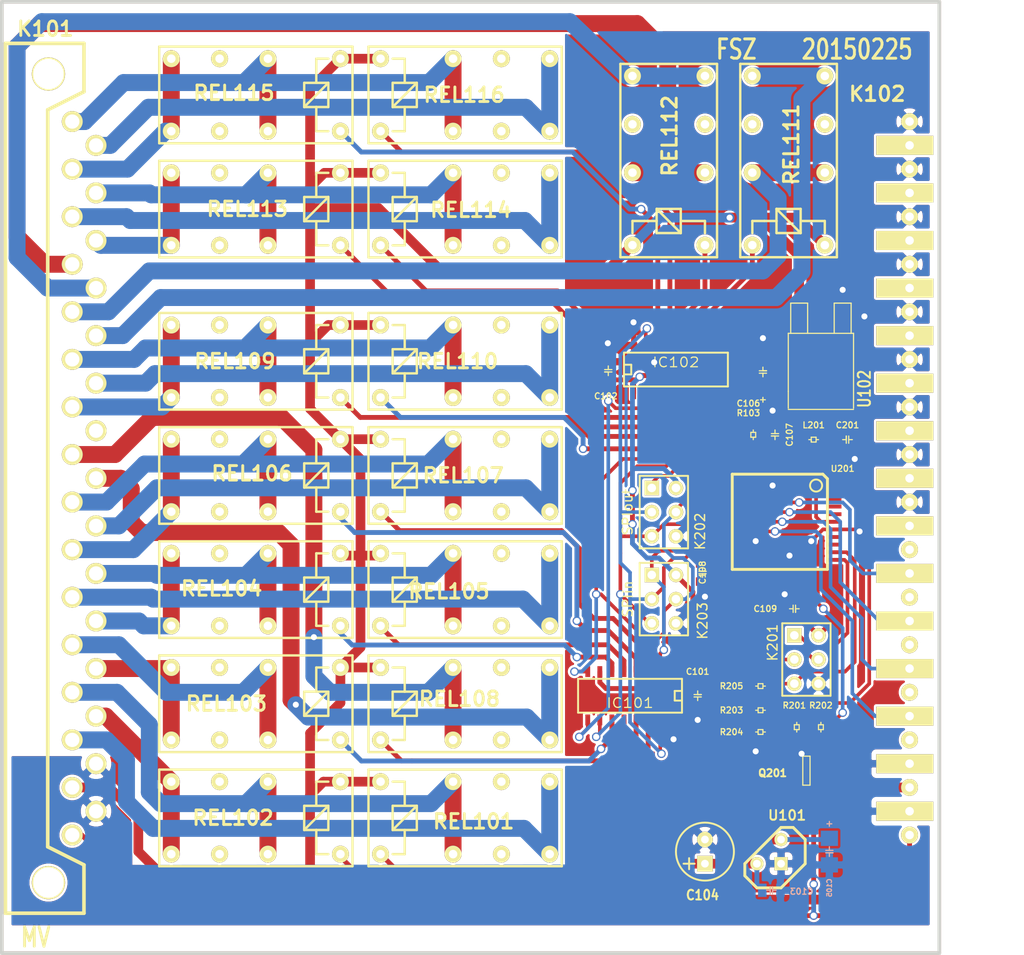
<source format=kicad_pcb>
(kicad_pcb (version 20171130) (host pcbnew "(5.1.5)-3")
  (title_block (title Fahrstromzuschaltkarte\nFSZ) (date 2015-02-24) (rev "0427 -") (company MV))
  (layers (0 F.Cu signal) (31 B.Cu signal) (34 B.Paste user) (35 F.Paste user) (36 B.SilkS user) (37 F.SilkS user) (38 B.Mask user) (39 F.Mask user) (44 Edge.Cuts user))
  (net 0 "")
  (net 1 +12V)
  (net 2 +3.3V)
  (net 3 +5V)
  (net 4 /A1)
  (net 5 /A10)
  (net 6 /A2)
  (net 7 /A3)
  (net 8 /A4)
  (net 9 /A5)
  (net 10 /A6)
  (net 11 /A7)
  (net 12 /A8)
  (net 13 /A9)
  (net 14 /B1)
  (net 15 /B10)
  (net 16 /B3)
  (net 17 /B4)
  (net 18 /B6)
  (net 19 /B9)
  (net 20 /C1)
  (net 21 /C10)
  (net 22 /C2)
  (net 23 /C3)
  (net 24 /C4)
  (net 25 /C5)
  (net 26 /C6)
  (net 27 /C7)
  (net 28 /C8)
  (net 29 /C9)
  (net 30 /Rel1)
  (net 31 /Rel11)
  (net 32 /Rel12)
  (net 33 /Rel13)
  (net 34 /Rel14)
  (net 35 /Rel15)
  (net 36 /Rel16)
  (net 37 /Rel17)
  (net 38 /Rel18)
  (net 39 /Rel2)
  (net 40 /Rel3)
  (net 41 /Rel4)
  (net 42 /Rel5)
  (net 43 /Rel6)
  (net 44 /Rel7)
  (net 45 /Rel8)
  (net 46 CommRX)
  (net 47 CommTX)
  (net 48 D+/Tx)
  (net 49 D-/Rx)
  (net 50 GND)
  (net 51 SPI_MISO)
  (net 52 SPI_MOSI)
  (net 53 SPI_OE)
  (net 54 SPI_RCK)
  (net 55 SPI_SCK)
  (net 56 "Net-(C201-Pad1)")
  (net 57 "Net-(IC101-Pad9)")
  (net 58 "Net-(K201-Pad1)")
  (net 59 "Net-(K201-Pad5)")
  (net 60 "Net-(Q201-Pad2)")
  (net 61 "Net-(REL101-Pad4)")
  (net 62 "Net-(REL102-Pad4)")
  (net 63 "Net-(REL103-Pad4)")
  (net 64 "Net-(REL104-Pad4)")
  (net 65 "Net-(REL105-Pad4)")
  (net 66 "Net-(REL106-Pad4)")
  (net 67 "Net-(REL107-Pad4)")
  (net 68 "Net-(REL108-Pad4)")
  (net 69 "Net-(REL109-Pad4)")
  (net 70 "Net-(REL110-Pad4)")
  (net 71 "Net-(REL111-Pad4)")
  (net 72 "Net-(REL112-Pad4)")
  (net 73 "Net-(REL113-Pad4)")
  (net 74 "Net-(REL114-Pad4)")
  (net 75 "Net-(REL115-Pad4)")
  (net 76 "Net-(REL116-Pad4)")
  (net 77 /LN)
  (module base:C0805 (layer F.Cu) (at 139.446 124.46 270)
    (fp_text reference C101 (at -2.54 0) (layer F.SilkS) (effects (font (size 0.635 0.635) (thickness 0.127))))
    (fp_text value 100n hide)
    (pad 1 smd rect (at -0.9525 0 270) (size 0.889 1.397) (layers F.Cu F.Paste F.Mask) (net 3 +5V))
    (pad 2 smd rect (at 0.9525 0 270) (size 0.889 1.397) (layers F.Cu F.Paste F.Mask) (net 50 GND))
  )
  (module base:C0805 (layer F.Cu) (at 130.048 90.297 90)
    (fp_text reference C102 (at -2.667 -0.254 180) (layer F.SilkS) (effects (font (size 0.635 0.635) (thickness 0.127))))
    (fp_text value 100n hide)
    (pad 1 smd rect (at -0.9525 0 90) (size 0.889 1.397) (layers F.Cu F.Paste F.Mask) (net 3 +5V))
    (pad 2 smd rect (at 0.9525 0 90) (size 0.889 1.397) (layers F.Cu F.Paste F.Mask) (net 50 GND))
  )
  (module base:C0805 (layer B.Cu) (at 147.193 144.907)
    (fp_text reference C103 (at 3.175 0.127) (layer B.SilkS) (effects (font (size 0.635 0.635) (thickness 0.127)) (justify mirror)))
    (fp_text value 100n hide)
    (pad 1 smd rect (at -0.9525 0) (size 0.889 1.397) (layers B.Cu B.Paste B.Mask) (net 1 +12V))
    (pad 2 smd rect (at 0.9525 0) (size 0.889 1.397) (layers B.Cu B.Paste B.Mask) (net 50 GND))
  )
  (module base:C1V6 (layer F.Cu) (at 140.208 140.843 90)
    (fp_text reference C104 (at -4.572 -0.254 180) (layer F.SilkS) (effects (font (size 1.016 0.889) (thickness 0.2032))))
    (fp_text value 33u hide)
    (fp_text user + (at -1.27 -1.778 90) (layer F.SilkS) (effects (font (size 1.524 1.524) (thickness 0.2032))))
    (pad 1 thru_hole rect (at -1.27 0 90) (size 1.651 1.651) (drill 0.8128) (layers *.Cu *.Mask F.SilkS) (net 1 +12V))
    (pad 2 thru_hole circle (at 1.27 0 90) (size 1.651 1.651) (drill 0.8128) (layers *.Cu *.Mask F.SilkS) (net 50 GND))
  )
  (module base:C1206Pol (layer B.Cu) (at 153.289 140.843 90)
    (fp_text reference C105 (at -3.81 0 90) (layer B.SilkS) (effects (font (size 0.50038 0.50038) (thickness 0.11938)) (justify mirror)))
    (fp_text value 10u hide)
    (pad 2 smd rect (at -1.397 0 90) (size 1.6002 1.8034) (layers B.Cu B.Paste B.Mask) (net 50 GND))
    (pad 1 smd rect (at 1.397 0 90) (size 1.6002 1.8034) (layers B.Cu B.Paste B.Mask) (net 3 +5V))
  )
  (module base:C1206Pol (layer F.Cu) (at 146.304 90.424 270)
    (fp_text reference C106 (at 3.302 1.524) (layer F.SilkS) (effects (font (size 0.635 0.635) (thickness 0.127))))
    (fp_text value 10uF hide)
    (pad 1 smd rect (at 1.397 0 270) (size 1.6002 1.8034) (layers F.Cu F.Paste F.Mask) (net 2 +3.3V))
    (pad 2 smd rect (at -1.397 0 270) (size 1.6002 1.8034) (layers F.Cu F.Paste F.Mask) (net 50 GND))
  )
  (module base:C0805 (layer F.Cu) (at 147.574 97.028 90)
    (fp_text reference C107 (at 0 1.524 90) (layer F.SilkS) (effects (font (size 0.635 0.635) (thickness 0.127))))
    (fp_text value 100nF hide)
    (pad 2 smd rect (at 0.9525 0 90) (size 0.889 1.397) (layers F.Cu F.Paste F.Mask) (net 50 GND))
    (pad 1 smd rect (at -0.9525 0 90) (size 0.889 1.397) (layers F.Cu F.Paste F.Mask) (net 2 +3.3V))
  )
  (module base:C0805 (layer F.Cu) (at 139.954 111.506 270)
    (fp_text reference C108 (at 0 0 270) (layer F.SilkS) (effects (font (size 0.635 0.635) (thickness 0.127))))
    (fp_text value 100nF hide)
    (pad 2 smd rect (at 0.9525 0 270) (size 0.889 1.397) (layers F.Cu F.Paste F.Mask) (net 50 GND))
    (pad 1 smd rect (at -0.9525 0 270) (size 0.889 1.397) (layers F.Cu F.Paste F.Mask) (net 2 +3.3V))
  )
  (module base:C0805 (layer F.Cu) (at 149.606 115.316 180)
    (fp_text reference C109 (at 3.048 0 180) (layer F.SilkS) (effects (font (size 0.635 0.635) (thickness 0.127))))
    (fp_text value 100nF hide)
    (pad 1 smd rect (at -0.9525 0 180) (size 0.889 1.397) (layers F.Cu F.Paste F.Mask) (net 2 +3.3V))
    (pad 2 smd rect (at 0.9525 0 180) (size 0.889 1.397) (layers F.Cu F.Paste F.Mask) (net 50 GND))
  )
  (module base:C0805 (layer F.Cu) (at 155.194 97.536)
    (fp_text reference C201 (at 0 -1.524) (layer F.SilkS) (effects (font (size 0.635 0.635) (thickness 0.127))))
    (fp_text value 100nF hide)
    (pad 2 smd rect (at 0.9525 0) (size 0.889 1.397) (layers F.Cu F.Paste F.Mask) (net 50 GND))
    (pad 1 smd rect (at -0.9525 0) (size 0.889 1.397) (layers F.Cu F.Paste F.Mask) (net 56 "Net-(C201-Pad1)"))
  )
  (module base:SO16E (layer F.Cu) (at 132.334 124.46 180)
    (fp_text reference IC101 (at 0 -0.762 180) (layer F.SilkS) (effects (font (size 1.016 1.143) (thickness 0.127))))
    (fp_text value TPIC6C596D hide)
    (pad 1 smd rect (at -4.445 2.54 180) (size 0.508 1.143) (layers F.Cu F.Paste F.Mask) (net 3 +5V))
    (pad 2 smd rect (at -3.175 2.54 180) (size 0.508 1.143) (layers F.Cu F.Paste F.Mask) (net 52 SPI_MOSI))
    (pad 3 smd rect (at -1.905 2.54 180) (size 0.508 1.143) (layers F.Cu F.Paste F.Mask) (net 30 /Rel1))
    (pad 4 smd rect (at -0.635 2.54 180) (size 0.508 1.143) (layers F.Cu F.Paste F.Mask) (net 39 /Rel2))
    (pad 5 smd rect (at 0.635 2.54 180) (size 0.508 1.143) (layers F.Cu F.Paste F.Mask) (net 40 /Rel3))
    (pad 6 smd rect (at 1.905 2.54 180) (size 0.508 1.143) (layers F.Cu F.Paste F.Mask) (net 41 /Rel4))
    (pad 7 smd rect (at 3.175 2.54 180) (size 0.508 1.143) (layers F.Cu F.Paste F.Mask) (net 3 +5V))
    (pad 8 smd rect (at 4.445 2.54 180) (size 0.508 1.143) (layers F.Cu F.Paste F.Mask) (net 53 SPI_OE))
    (pad 9 smd rect (at 4.445 -2.54 180) (size 0.508 1.143) (layers F.Cu F.Paste F.Mask) (net 57 "Net-(IC101-Pad9)"))
    (pad 10 smd rect (at 3.175 -2.54 180) (size 0.508 1.143) (layers F.Cu F.Paste F.Mask) (net 54 SPI_RCK))
    (pad 11 smd rect (at 1.905 -2.54 180) (size 0.508 1.143) (layers F.Cu F.Paste F.Mask) (net 42 /Rel5))
    (pad 12 smd rect (at 0.635 -2.54 180) (size 0.508 1.143) (layers F.Cu F.Paste F.Mask) (net 43 /Rel6))
    (pad 13 smd rect (at -0.635 -2.54 180) (size 0.508 1.143) (layers F.Cu F.Paste F.Mask) (net 44 /Rel7))
    (pad 14 smd rect (at -1.905 -2.54 180) (size 0.508 1.143) (layers F.Cu F.Paste F.Mask) (net 45 /Rel8))
    (pad 15 smd rect (at -3.175 -2.54 180) (size 0.508 1.143) (layers F.Cu F.Paste F.Mask) (net 55 SPI_SCK))
    (pad 16 smd rect (at -4.445 -2.54 180) (size 0.508 1.143) (layers F.Cu F.Paste F.Mask) (net 50 GND))
  )
  (module base:SO16E (layer F.Cu) (at 137.16 90.17)
    (fp_text reference IC102 (at 0 -0.762) (layer F.SilkS) (effects (font (size 1.016 1.143) (thickness 0.127))))
    (fp_text value TPIC6C596D hide)
    (pad 16 smd rect (at -4.445 -2.54) (size 0.508 1.143) (layers F.Cu F.Paste F.Mask) (net 50 GND))
    (pad 15 smd rect (at -3.175 -2.54) (size 0.508 1.143) (layers F.Cu F.Paste F.Mask) (net 55 SPI_SCK))
    (pad 14 smd rect (at -1.905 -2.54) (size 0.508 1.143) (layers F.Cu F.Paste F.Mask) (net 38 /Rel18))
    (pad 13 smd rect (at -0.635 -2.54) (size 0.508 1.143) (layers F.Cu F.Paste F.Mask) (net 37 /Rel17))
    (pad 12 smd rect (at 0.635 -2.54) (size 0.508 1.143) (layers F.Cu F.Paste F.Mask) (net 36 /Rel16))
    (pad 11 smd rect (at 1.905 -2.54) (size 0.508 1.143) (layers F.Cu F.Paste F.Mask) (net 35 /Rel15))
    (pad 10 smd rect (at 3.175 -2.54) (size 0.508 1.143) (layers F.Cu F.Paste F.Mask) (net 54 SPI_RCK))
    (pad 9 smd rect (at 4.445 -2.54) (size 0.508 1.143) (layers F.Cu F.Paste F.Mask) (net 51 SPI_MISO))
    (pad 8 smd rect (at 4.445 2.54) (size 0.508 1.143) (layers F.Cu F.Paste F.Mask) (net 53 SPI_OE))
    (pad 7 smd rect (at 3.175 2.54) (size 0.508 1.143) (layers F.Cu F.Paste F.Mask) (net 3 +5V))
    (pad 6 smd rect (at 1.905 2.54) (size 0.508 1.143) (layers F.Cu F.Paste F.Mask) (net 34 /Rel14))
    (pad 5 smd rect (at 0.635 2.54) (size 0.508 1.143) (layers F.Cu F.Paste F.Mask) (net 33 /Rel13))
    (pad 4 smd rect (at -0.635 2.54) (size 0.508 1.143) (layers F.Cu F.Paste F.Mask) (net 32 /Rel12))
    (pad 3 smd rect (at -1.905 2.54) (size 0.508 1.143) (layers F.Cu F.Paste F.Mask) (net 31 /Rel11))
    (pad 2 smd rect (at -3.175 2.54) (size 0.508 1.143) (layers F.Cu F.Paste F.Mask) (net 57 "Net-(IC101-Pad9)"))
    (pad 1 smd rect (at -4.445 2.54) (size 0.508 1.143) (layers F.Cu F.Paste F.Mask) (net 3 +5V))
  )
  (module base:DIN41617-31 (layer F.Cu) (at 76.2 101.6 270)
    (fp_text reference K101 (at -47.244 5.334) (layer F.SilkS) (effects (font (size 1.524 1.524) (thickness 0.3048))))
    (fp_text value DIN41617 hide)
    (pad H2 thru_hole circle (at 42.50182 5.00126 270) (size 3.50012 3.50012) (drill 3.2004) (layers *.Cu *.Mask F.SilkS))
    (pad 31 thru_hole circle (at -37.50056 2.49936 270) (size 2.19964 2.19964) (drill 1.50114) (layers *.Cu *.Mask F.SilkS) (net 21 /C10))
    (pad 15 thru_hole circle (at 2.49936 2.5019 270) (size 2.19964 2.19964) (drill 1.50114) (layers *.Cu *.Mask F.SilkS) (net 24 /C4))
    (pad 13 thru_hole circle (at 7.50062 2.5019 270) (size 2.19964 2.19964) (drill 1.50114) (layers *.Cu *.Mask F.SilkS) (net 8 /A4))
    (pad 9 thru_hole circle (at 17.5006 2.5019 270) (size 2.19964 2.19964) (drill 1.50114) (layers *.Cu *.Mask F.SilkS) (net 22 /C2))
    (pad 11 thru_hole circle (at 12.49934 2.5019 270) (size 2.19964 2.19964) (drill 1.50114) (layers *.Cu *.Mask F.SilkS) (net 16 /B3))
    (pad 3 thru_hole circle (at 32.4993 2.5019 270) (size 2.19964 2.19964) (drill 1.50114) (layers *.Cu *.Mask F.SilkS) (net 1 +12V))
    (pad 1 thru_hole circle (at 37.50056 2.5019 270) (size 2.19964 2.19964) (drill 1.50114) (layers *.Cu *.Mask F.SilkS) (net 77 /LN))
    (pad 5 thru_hole circle (at 27.50058 2.5019 270) (size 2.19964 2.19964) (drill 1.50114) (layers *.Cu *.Mask F.SilkS) (net 4 /A1))
    (pad 7 thru_hole circle (at 22.49932 2.5019 270) (size 2.19964 2.19964) (drill 1.50114) (layers *.Cu *.Mask F.SilkS) (net 20 /C1))
    (pad 23 thru_hole circle (at -17.5006 2.5019 270) (size 2.19964 2.19964) (drill 1.50114) (layers *.Cu *.Mask F.SilkS) (net 27 /C7))
    (pad 21 thru_hole circle (at -12.49934 2.5019 270) (size 2.19964 2.19964) (drill 1.50114) (layers *.Cu *.Mask F.SilkS) (net 26 /C6))
    (pad 17 thru_hole circle (at -2.49936 2.5019 270) (size 2.19964 2.19964) (drill 1.50114) (layers *.Cu *.Mask F.SilkS) (net 25 /C5))
    (pad 19 thru_hole circle (at -7.50062 2.5019 270) (size 2.19964 2.19964) (drill 1.50114) (layers *.Cu *.Mask F.SilkS) (net 10 /A6))
    (pad 27 thru_hole circle (at -27.50058 2.5019 270) (size 2.19964 2.19964) (drill 1.50114) (layers *.Cu *.Mask F.SilkS) (net 19 /B9))
    (pad 25 thru_hole circle (at -22.49932 2.5019 270) (size 2.19964 2.19964) (drill 1.50114) (layers *.Cu *.Mask F.SilkS) (net 28 /C8))
    (pad 29 thru_hole circle (at -32.4993 2.5019 270) (size 2.19964 2.19964) (drill 1.50114) (layers *.Cu *.Mask F.SilkS) (net 5 /A10))
    (pad 30 thru_hole circle (at -34.99866 0 270) (size 2.19964 2.19964) (drill 1.50114) (layers *.Cu *.Mask F.SilkS) (net 15 /B10))
    (pad 26 thru_hole circle (at -24.99868 0 270) (size 2.19964 2.19964) (drill 1.50114) (layers *.Cu *.Mask F.SilkS) (net 13 /A9))
    (pad 28 thru_hole circle (at -29.99994 0 270) (size 2.19964 2.19964) (drill 1.50114) (layers *.Cu *.Mask F.SilkS) (net 29 /C9))
    (pad 20 thru_hole circle (at -9.99998 0 270) (size 2.19964 2.19964) (drill 1.50114) (layers *.Cu *.Mask F.SilkS) (net 18 /B6))
    (pad 18 thru_hole circle (at -4.99872 0 270) (size 2.19964 2.19964) (drill 1.50114) (layers *.Cu *.Mask F.SilkS))
    (pad 22 thru_hole circle (at -14.9987 0 270) (size 2.19964 2.19964) (drill 1.50114) (layers *.Cu *.Mask F.SilkS) (net 11 /A7))
    (pad 24 thru_hole circle (at -19.99996 0 270) (size 2.19964 2.19964) (drill 1.50114) (layers *.Cu *.Mask F.SilkS) (net 12 /A8))
    (pad 8 thru_hole circle (at 19.99996 0 270) (size 2.19964 2.19964) (drill 1.50114) (layers *.Cu *.Mask F.SilkS) (net 6 /A2))
    (pad 6 thru_hole circle (at 25.00122 0 270) (size 2.19964 2.19964) (drill 1.50114) (layers *.Cu *.Mask F.SilkS) (net 14 /B1))
    (pad 2 thru_hole circle (at 35.0012 0 270) (size 2.19964 2.19964) (drill 1.50114) (layers *.Cu *.Mask F.SilkS) (net 50 GND))
    (pad 4 thru_hole circle (at 29.99994 0 270) (size 2.19964 2.19964) (drill 1.50114) (layers *.Cu *.Mask F.SilkS) (net 50 GND))
    (pad 12 thru_hole circle (at 9.99998 0 270) (size 2.19964 2.19964) (drill 1.50114) (layers *.Cu *.Mask F.SilkS) (net 23 /C3))
    (pad 10 thru_hole circle (at 15.00124 0 270) (size 2.19964 2.19964) (drill 1.50114) (layers *.Cu *.Mask F.SilkS) (net 7 /A3))
    (pad 14 thru_hole circle (at 5.00126 0 270) (size 2.19964 2.19964) (drill 1.50114) (layers *.Cu *.Mask F.SilkS) (net 17 /B4))
    (pad 16 thru_hole circle (at 0 0 270) (size 2.19964 2.19964) (drill 1.50114) (layers *.Cu *.Mask F.SilkS) (net 9 /A5))
    (pad H1 thru_hole circle (at -42.49928 5.00126 270) (size 3.50012 3.50012) (drill 3.2004) (layers *.Cu *.Mask F.SilkS))
  )
  (module base:DIN41617_Bu (layer F.Cu) (at 164.719 101.6)
    (fp_text reference K102 (at -6.4008 -40.40124) (layer F.SilkS) (effects (font (size 1.524 1.524) (thickness 0.3048))))
    (fp_text value DIN41617 hide)
    (pad 1 thru_hole circle (at -2.99974 37.50056) (size 1.778 1.778) (drill 0.89916) (layers *.Cu *.Mask F.SilkS) (net 77 /LN))
    (pad 2 thru_hole rect (at -2.99974 35.0012) (size 5.99948 1.99898) (drill 0.89916 (offset -0.50038 0)) (layers *.Cu *.Mask F.SilkS) (net 50 GND))
    (pad 3 thru_hole circle (at -2.99974 32.4993) (size 1.778 1.778) (drill 0.89916) (layers *.Cu *.Mask F.SilkS) (net 1 +12V))
    (pad 4 thru_hole rect (at -2.99974 29.99994) (size 5.99948 1.99898) (drill 0.89916 (offset -0.50038 0)) (layers *.Cu *.Mask F.SilkS) (net 50 GND))
    (pad 5 thru_hole circle (at -2.99974 27.50058) (size 1.778 1.778) (drill 0.89916) (layers *.Cu *.Mask F.SilkS))
    (pad 6 thru_hole rect (at -2.99974 25.00122) (size 5.99948 1.99898) (drill 0.89916 (offset -0.50038 0)) (layers *.Cu *.Mask F.SilkS) (net 55 SPI_SCK))
    (pad 7 thru_hole circle (at -2.99974 22.49932) (size 1.778 1.778) (drill 0.89916) (layers *.Cu *.Mask F.SilkS))
    (pad 8 thru_hole rect (at -2.99974 19.99996) (size 5.99948 1.99898) (drill 0.89916 (offset -0.50038 0)) (layers *.Cu *.Mask F.SilkS) (net 52 SPI_MOSI))
    (pad 9 thru_hole circle (at -2.99974 17.5006) (size 1.778 1.778) (drill 0.89916) (layers *.Cu *.Mask F.SilkS))
    (pad 10 thru_hole rect (at -2.99974 15.00124) (size 5.99948 1.99898) (drill 0.89916 (offset -0.50038 0)) (layers *.Cu *.Mask F.SilkS) (net 54 SPI_RCK))
    (pad 11 thru_hole circle (at -2.99974 12.49934) (size 1.778 1.778) (drill 0.89916) (layers *.Cu *.Mask F.SilkS))
    (pad 12 thru_hole rect (at -2.99974 9.99998) (size 5.99948 1.99898) (drill 0.89916 (offset -0.50038 0)) (layers *.Cu *.Mask F.SilkS) (net 53 SPI_OE))
    (pad 13 thru_hole circle (at -2.99974 7.50062) (size 1.778 1.778) (drill 0.89916) (layers *.Cu *.Mask F.SilkS))
    (pad 14 thru_hole rect (at -2.99974 5.00126) (size 5.99948 1.99898) (drill 0.89916 (offset -0.50038 0)) (layers *.Cu *.Mask F.SilkS))
    (pad 15 thru_hole circle (at -2.99974 2.49936) (size 1.778 1.778) (drill 0.89916) (layers *.Cu *.Mask F.SilkS) (net 50 GND))
    (pad 16 thru_hole rect (at -2.99974 0) (size 5.99948 1.99898) (drill 0.89916 (offset -0.50038 0)) (layers *.Cu *.Mask F.SilkS))
    (pad 17 thru_hole circle (at -2.99974 -2.49936) (size 1.778 1.778) (drill 0.89916) (layers *.Cu *.Mask F.SilkS) (net 50 GND))
    (pad 18 thru_hole rect (at -2.99974 -4.99872) (size 5.99948 1.99898) (drill 0.89916 (offset -0.50038 0)) (layers *.Cu *.Mask F.SilkS))
    (pad 19 thru_hole circle (at -2.99974 -7.50062) (size 1.778 1.778) (drill 0.89916) (layers *.Cu *.Mask F.SilkS) (net 50 GND))
    (pad 20 thru_hole rect (at -2.99974 -9.99998) (size 5.99948 1.99898) (drill 0.89916 (offset -0.50038 0)) (layers *.Cu *.Mask F.SilkS))
    (pad 21 thru_hole circle (at -2.99974 -12.49934) (size 1.778 1.778) (drill 0.89916) (layers *.Cu *.Mask F.SilkS) (net 50 GND))
    (pad 22 thru_hole rect (at -2.99974 -14.9987) (size 5.99948 1.99898) (drill 0.89916 (offset -0.50038 0)) (layers *.Cu *.Mask F.SilkS))
    (pad 23 thru_hole circle (at -2.99974 -17.5006) (size 1.778 1.778) (drill 0.89916) (layers *.Cu *.Mask F.SilkS) (net 50 GND))
    (pad 24 thru_hole rect (at -2.99974 -19.99996) (size 5.99948 1.99898) (drill 0.89916 (offset -0.50038 0)) (layers *.Cu *.Mask F.SilkS))
    (pad 25 thru_hole circle (at -2.99974 -22.49932) (size 1.778 1.778) (drill 0.89916) (layers *.Cu *.Mask F.SilkS) (net 50 GND))
    (pad 26 thru_hole rect (at -2.99974 -24.99868) (size 5.99948 1.99898) (drill 0.89916 (offset -0.50038 0)) (layers *.Cu *.Mask F.SilkS))
    (pad 27 thru_hole circle (at -2.99974 -27.50058) (size 1.778 1.778) (drill 0.89916) (layers *.Cu *.Mask F.SilkS) (net 50 GND))
    (pad 28 thru_hole rect (at -2.99974 -29.99994) (size 5.99948 1.99898) (drill 0.89916 (offset -0.50038 0)) (layers *.Cu *.Mask F.SilkS))
    (pad 29 thru_hole circle (at -2.99974 -32.4993) (size 1.778 1.778) (drill 0.89916) (layers *.Cu *.Mask F.SilkS) (net 50 GND))
    (pad 30 thru_hole rect (at -2.99974 -34.99866) (size 5.99948 1.99898) (drill 0.89916 (offset -0.50038 0)) (layers *.Cu *.Mask F.SilkS))
    (pad 31 thru_hole circle (at -2.99974 -37.50056) (size 1.778 1.778) (drill 0.89916) (layers *.Cu *.Mask F.SilkS) (net 50 GND))
  )
  (module base:header_3x2 (layer F.Cu) (at 150.876 120.65 270)
    (fp_text reference K201 (at -1.778 3.556 270) (layer F.SilkS) (effects (font (size 1.016 1.016) (thickness 0.1524))))
    (fp_text value ISP6 hide)
    (pad 1 thru_hole rect (at -2.54 1.27 270) (size 1.524 1.524) (drill 0.89916) (layers *.Cu *.Mask F.SilkS) (net 58 "Net-(K201-Pad1)"))
    (pad 2 thru_hole circle (at -2.54 -1.27 270) (size 1.524 1.524) (drill 0.89916) (layers *.Cu *.Mask F.SilkS) (net 2 +3.3V))
    (pad 3 thru_hole circle (at 0 1.27 270) (size 1.524 1.524) (drill 0.89916) (layers *.Cu *.Mask F.SilkS) (net 49 D-/Rx))
    (pad 4 thru_hole circle (at 0 -1.27 270) (size 1.524 1.524) (drill 0.89916) (layers *.Cu *.Mask F.SilkS) (net 48 D+/Tx))
    (pad 5 thru_hole circle (at 2.54 1.27 270) (size 1.524 1.524) (drill 0.89916) (layers *.Cu *.Mask F.SilkS) (net 59 "Net-(K201-Pad5)"))
    (pad 6 thru_hole circle (at 2.54 -1.27 270) (size 1.524 1.524) (drill 0.89916) (layers *.Cu *.Mask F.SilkS) (net 50 GND))
  )
  (module base:header_3x2 (layer F.Cu) (at 135.89 105.156 270)
    (fp_text reference K202 (at 2.032 -3.81 270) (layer F.SilkS) (effects (font (size 1.016 1.016) (thickness 0.1524))))
    (fp_text value SPIout (at 0 3.81 270) (layer F.SilkS) (effects (font (size 1.016 1.016) (thickness 0.1524))))
    (pad 6 thru_hole circle (at 2.54 -1.27 270) (size 1.524 1.524) (drill 0.89916) (layers *.Cu *.Mask F.SilkS) (net 50 GND))
    (pad 5 thru_hole circle (at 2.54 1.27 270) (size 1.524 1.524) (drill 0.89916) (layers *.Cu *.Mask F.SilkS) (net 54 SPI_RCK))
    (pad 4 thru_hole circle (at 0 -1.27 270) (size 1.524 1.524) (drill 0.89916) (layers *.Cu *.Mask F.SilkS) (net 53 SPI_OE))
    (pad 3 thru_hole circle (at 0 1.27 270) (size 1.524 1.524) (drill 0.89916) (layers *.Cu *.Mask F.SilkS) (net 55 SPI_SCK))
    (pad 2 thru_hole circle (at -2.54 -1.27 270) (size 1.524 1.524) (drill 0.89916) (layers *.Cu *.Mask F.SilkS) (net 3 +5V))
    (pad 1 thru_hole rect (at -2.54 1.27 270) (size 1.524 1.524) (drill 0.89916) (layers *.Cu *.Mask F.SilkS) (net 51 SPI_MISO))
  )
  (module base:header_3x2 (layer F.Cu) (at 135.89 114.3 270)
    (fp_text reference K203 (at 2.286 -4.064 270) (layer F.SilkS) (effects (font (size 1.016 1.016) (thickness 0.1524))))
    (fp_text value SPIin (at 0 3.81 270) (layer F.SilkS) (effects (font (size 1.016 1.016) (thickness 0.1524))))
    (pad 1 thru_hole rect (at -2.54 1.27 270) (size 1.524 1.524) (drill 0.89916) (layers *.Cu *.Mask F.SilkS) (net 52 SPI_MOSI))
    (pad 2 thru_hole circle (at -2.54 -1.27 270) (size 1.524 1.524) (drill 0.89916) (layers *.Cu *.Mask F.SilkS) (net 3 +5V))
    (pad 3 thru_hole circle (at 0 1.27 270) (size 1.524 1.524) (drill 0.89916) (layers *.Cu *.Mask F.SilkS) (net 55 SPI_SCK))
    (pad 4 thru_hole circle (at 0 -1.27 270) (size 1.524 1.524) (drill 0.89916) (layers *.Cu *.Mask F.SilkS) (net 53 SPI_OE))
    (pad 5 thru_hole circle (at 2.54 1.27 270) (size 1.524 1.524) (drill 0.89916) (layers *.Cu *.Mask F.SilkS) (net 54 SPI_RCK))
    (pad 6 thru_hole circle (at 2.54 -1.27 270) (size 1.524 1.524) (drill 0.89916) (layers *.Cu *.Mask F.SilkS) (net 50 GND))
  )
  (module base:R0805 (layer F.Cu) (at 151.638 97.536)
    (fp_text reference L201 (at 0 -1.524) (layer F.SilkS) (effects (font (size 0.635 0.635) (thickness 0.127))))
    (fp_text value 10uH hide)
    (pad 1 smd rect (at -0.9525 0) (size 0.889 1.397) (layers F.Cu F.Paste F.Mask) (net 2 +3.3V))
    (pad 2 smd rect (at 0.9525 0) (size 0.889 1.397) (layers F.Cu F.Paste F.Mask) (net 56 "Net-(C201-Pad1)"))
  )
  (module base:SOT23EBC (layer F.Cu) (at 150.876 132.334 270)
    (fp_text reference Q201 (at 0.254 3.556) (layer F.SilkS) (effects (font (size 0.762 0.762) (thickness 0.1905))))
    (fp_text value BC848 hide)
    (pad 1 smd rect (at -0.889 -1.016 270) (size 0.9144 0.9144) (layers F.Cu F.Paste F.Mask) (net 50 GND))
    (pad 2 smd rect (at 0.889 -1.016 270) (size 0.9144 0.9144) (layers F.Cu F.Paste F.Mask) (net 60 "Net-(Q201-Pad2)"))
    (pad 3 smd rect (at 0 1.016 270) (size 0.9144 0.9144) (layers F.Cu F.Paste F.Mask) (net 77 /LN))
  )
  (module base:R0805 (layer F.Cu) (at 145.288 97.028 90)
    (fp_text reference R103 (at 2.286 -0.508 180) (layer F.SilkS) (effects (font (size 0.635 0.635) (thickness 0.127))))
    (fp_text value R hide)
    (pad 1 smd rect (at -0.9525 0 90) (size 0.889 1.397) (layers F.Cu F.Paste F.Mask) (net 2 +3.3V))
    (pad 2 smd rect (at 0.9525 0 90) (size 0.889 1.397) (layers F.Cu F.Paste F.Mask) (net 53 SPI_OE))
  )
  (module base:R0805 (layer F.Cu) (at 149.86 127.762 90)
    (fp_text reference R201 (at 2.286 -0.254 180) (layer F.SilkS) (effects (font (size 0.635 0.635) (thickness 0.127))))
    (fp_text value 68k hide)
    (pad 1 smd rect (at -0.9525 0 90) (size 0.889 1.397) (layers F.Cu F.Paste F.Mask) (net 77 /LN))
    (pad 2 smd rect (at 0.9525 0 90) (size 0.889 1.397) (layers F.Cu F.Paste F.Mask) (net 46 CommRX))
  )
  (module base:R0805 (layer F.Cu) (at 152.4 127.762 90)
    (fp_text reference R202 (at 2.286 0 180) (layer F.SilkS) (effects (font (size 0.635 0.635) (thickness 0.127))))
    (fp_text value 1k hide)
    (pad 2 smd rect (at 0.9525 0 90) (size 0.889 1.397) (layers F.Cu F.Paste F.Mask) (net 47 CommTX))
    (pad 1 smd rect (at -0.9525 0 90) (size 0.889 1.397) (layers F.Cu F.Paste F.Mask) (net 60 "Net-(Q201-Pad2)"))
  )
  (module base:R0805 (layer F.Cu) (at 146.05 125.984)
    (fp_text reference R203 (at -3.048 0) (layer F.SilkS) (effects (font (size 0.635 0.635) (thickness 0.127))))
    (fp_text value 10k hide)
    (pad 1 smd rect (at -0.9525 0) (size 0.889 1.397) (layers F.Cu F.Paste F.Mask) (net 2 +3.3V))
    (pad 2 smd rect (at 0.9525 0) (size 0.889 1.397) (layers F.Cu F.Paste F.Mask) (net 46 CommRX))
  )
  (module base:R0805 (layer F.Cu) (at 146.05 128.27 180)
    (fp_text reference R204 (at 3.048 0 180) (layer F.SilkS) (effects (font (size 0.635 0.635) (thickness 0.127))))
    (fp_text value 10k hide)
    (pad 2 smd rect (at 0.9525 0 180) (size 0.889 1.397) (layers F.Cu F.Paste F.Mask) (net 50 GND))
    (pad 1 smd rect (at -0.9525 0 180) (size 0.889 1.397) (layers F.Cu F.Paste F.Mask) (net 46 CommRX))
  )
  (module base:R0805 (layer F.Cu) (at 146.05 123.444)
    (fp_text reference R205 (at -3.048 0) (layer F.SilkS) (effects (font (size 0.635 0.635) (thickness 0.127))))
    (fp_text value 10k hide)
    (pad 2 smd rect (at 0.9525 0) (size 0.889 1.397) (layers F.Cu F.Paste F.Mask) (net 59 "Net-(K201-Pad5)"))
    (pad 1 smd rect (at -0.9525 0) (size 0.889 1.397) (layers F.Cu F.Paste F.Mask) (net 2 +3.3V))
  )
  (module base:Relay_MT2 (layer F.Cu) (at 115 137.3)
    (fp_text reference REL101 (at 0.889 0.381) (layer F.SilkS) (effects (font (size 1.524 1.524) (thickness 0.3048))))
    (fp_text value "MT2 C93402" hide)
    (pad 8 thru_hole circle (at 8.89 -3.81) (size 1.778 1.778) (drill 0.89916) (layers *.Cu *.Mask F.SilkS) (net 4 /A1))
    (pad 7 thru_hole circle (at 3.81 -3.81) (size 1.778 1.778) (drill 0.89916) (layers *.Cu *.Mask F.SilkS) (net 61 "Net-(REL101-Pad4)"))
    (pad 6 thru_hole circle (at -1.27 -3.81) (size 1.778 1.778) (drill 0.89916) (layers *.Cu *.Mask F.SilkS) (net 20 /C1))
    (pad 5 thru_hole circle (at 8.89 3.81) (size 1.778 1.778) (drill 0.89916) (layers *.Cu *.Mask F.SilkS) (net 4 /A1))
    (pad 4 thru_hole circle (at 3.81 3.81) (size 1.778 1.778) (drill 0.89916) (layers *.Cu *.Mask F.SilkS) (net 61 "Net-(REL101-Pad4)"))
    (pad 3 thru_hole circle (at -1.27 3.81) (size 1.778 1.778) (drill 0.89916) (layers *.Cu *.Mask F.SilkS) (net 20 /C1))
    (pad 2 thru_hole circle (at -8.89 -3.81) (size 1.778 1.778) (drill 0.89916) (layers *.Cu *.Mask F.SilkS) (net 1 +12V))
    (pad 1 thru_hole circle (at -8.89 3.81) (size 1.778 1.778) (drill 0.89916) (layers *.Cu *.Mask F.SilkS) (net 44 /Rel7))
  )
  (module base:Relay_MT2 (layer F.Cu) (at 93 137.3 180)
    (fp_text reference REL102 (at 2.4 0 180) (layer F.SilkS) (effects (font (size 1.524 1.524) (thickness 0.3048))))
    (fp_text value "MT2 C93402" hide)
    (pad 8 thru_hole circle (at 8.89 -3.81 180) (size 1.778 1.778) (drill 0.89916) (layers *.Cu *.Mask F.SilkS) (net 14 /B1))
    (pad 7 thru_hole circle (at 3.81 -3.81 180) (size 1.778 1.778) (drill 0.89916) (layers *.Cu *.Mask F.SilkS) (net 62 "Net-(REL102-Pad4)"))
    (pad 6 thru_hole circle (at -1.27 -3.81 180) (size 1.778 1.778) (drill 0.89916) (layers *.Cu *.Mask F.SilkS) (net 20 /C1))
    (pad 5 thru_hole circle (at 8.89 3.81 180) (size 1.778 1.778) (drill 0.89916) (layers *.Cu *.Mask F.SilkS) (net 14 /B1))
    (pad 4 thru_hole circle (at 3.81 3.81 180) (size 1.778 1.778) (drill 0.89916) (layers *.Cu *.Mask F.SilkS) (net 62 "Net-(REL102-Pad4)"))
    (pad 3 thru_hole circle (at -1.27 3.81 180) (size 1.778 1.778) (drill 0.89916) (layers *.Cu *.Mask F.SilkS) (net 20 /C1))
    (pad 2 thru_hole circle (at -8.89 -3.81 180) (size 1.778 1.778) (drill 0.89916) (layers *.Cu *.Mask F.SilkS) (net 45 /Rel8))
    (pad 1 thru_hole circle (at -8.89 3.81 180) (size 1.778 1.778) (drill 0.89916) (layers *.Cu *.Mask F.SilkS) (net 1 +12V))
  )
  (module base:Relay_MT2 (layer F.Cu) (at 93 125.3 180)
    (fp_text reference REL103 (at 3.1 0 180) (layer F.SilkS) (effects (font (size 1.524 1.524) (thickness 0.3048))))
    (fp_text value "MT2 C93402" hide)
    (pad 1 thru_hole circle (at -8.89 3.81 180) (size 1.778 1.778) (drill 0.89916) (layers *.Cu *.Mask F.SilkS) (net 1 +12V))
    (pad 2 thru_hole circle (at -8.89 -3.81 180) (size 1.778 1.778) (drill 0.89916) (layers *.Cu *.Mask F.SilkS) (net 42 /Rel5))
    (pad 3 thru_hole circle (at -1.27 3.81 180) (size 1.778 1.778) (drill 0.89916) (layers *.Cu *.Mask F.SilkS) (net 22 /C2))
    (pad 4 thru_hole circle (at 3.81 3.81 180) (size 1.778 1.778) (drill 0.89916) (layers *.Cu *.Mask F.SilkS) (net 63 "Net-(REL103-Pad4)"))
    (pad 5 thru_hole circle (at 8.89 3.81 180) (size 1.778 1.778) (drill 0.89916) (layers *.Cu *.Mask F.SilkS) (net 6 /A2))
    (pad 6 thru_hole circle (at -1.27 -3.81 180) (size 1.778 1.778) (drill 0.89916) (layers *.Cu *.Mask F.SilkS) (net 22 /C2))
    (pad 7 thru_hole circle (at 3.81 -3.81 180) (size 1.778 1.778) (drill 0.89916) (layers *.Cu *.Mask F.SilkS) (net 63 "Net-(REL103-Pad4)"))
    (pad 8 thru_hole circle (at 8.89 -3.81 180) (size 1.778 1.778) (drill 0.89916) (layers *.Cu *.Mask F.SilkS) (net 6 /A2))
  )
  (module base:Relay_MT2 (layer F.Cu) (at 93 113.3 180)
    (fp_text reference REL104 (at 3.6 0.1 180) (layer F.SilkS) (effects (font (size 1.524 1.524) (thickness 0.3048))))
    (fp_text value "MT2 C93402" hide)
    (pad 1 thru_hole circle (at -8.89 3.81 180) (size 1.778 1.778) (drill 0.89916) (layers *.Cu *.Mask F.SilkS) (net 1 +12V))
    (pad 2 thru_hole circle (at -8.89 -3.81 180) (size 1.778 1.778) (drill 0.89916) (layers *.Cu *.Mask F.SilkS) (net 41 /Rel4))
    (pad 3 thru_hole circle (at -1.27 3.81 180) (size 1.778 1.778) (drill 0.89916) (layers *.Cu *.Mask F.SilkS) (net 23 /C3))
    (pad 4 thru_hole circle (at 3.81 3.81 180) (size 1.778 1.778) (drill 0.89916) (layers *.Cu *.Mask F.SilkS) (net 64 "Net-(REL104-Pad4)"))
    (pad 5 thru_hole circle (at 8.89 3.81 180) (size 1.778 1.778) (drill 0.89916) (layers *.Cu *.Mask F.SilkS) (net 7 /A3))
    (pad 6 thru_hole circle (at -1.27 -3.81 180) (size 1.778 1.778) (drill 0.89916) (layers *.Cu *.Mask F.SilkS) (net 23 /C3))
    (pad 7 thru_hole circle (at 3.81 -3.81 180) (size 1.778 1.778) (drill 0.89916) (layers *.Cu *.Mask F.SilkS) (net 64 "Net-(REL104-Pad4)"))
    (pad 8 thru_hole circle (at 8.89 -3.81 180) (size 1.778 1.778) (drill 0.89916) (layers *.Cu *.Mask F.SilkS) (net 7 /A3))
  )
  (module base:Relay_MT2 (layer F.Cu) (at 115 113.3)
    (fp_text reference REL105 (at -1.7 0.2) (layer F.SilkS) (effects (font (size 1.524 1.524) (thickness 0.3048))))
    (fp_text value "MT2 C93402" hide)
    (pad 8 thru_hole circle (at 8.89 -3.81) (size 1.778 1.778) (drill 0.89916) (layers *.Cu *.Mask F.SilkS) (net 16 /B3))
    (pad 7 thru_hole circle (at 3.81 -3.81) (size 1.778 1.778) (drill 0.89916) (layers *.Cu *.Mask F.SilkS) (net 65 "Net-(REL105-Pad4)"))
    (pad 6 thru_hole circle (at -1.27 -3.81) (size 1.778 1.778) (drill 0.89916) (layers *.Cu *.Mask F.SilkS) (net 23 /C3))
    (pad 5 thru_hole circle (at 8.89 3.81) (size 1.778 1.778) (drill 0.89916) (layers *.Cu *.Mask F.SilkS) (net 16 /B3))
    (pad 4 thru_hole circle (at 3.81 3.81) (size 1.778 1.778) (drill 0.89916) (layers *.Cu *.Mask F.SilkS) (net 65 "Net-(REL105-Pad4)"))
    (pad 3 thru_hole circle (at -1.27 3.81) (size 1.778 1.778) (drill 0.89916) (layers *.Cu *.Mask F.SilkS) (net 23 /C3))
    (pad 2 thru_hole circle (at -8.89 -3.81) (size 1.778 1.778) (drill 0.89916) (layers *.Cu *.Mask F.SilkS) (net 1 +12V))
    (pad 1 thru_hole circle (at -8.89 3.81) (size 1.778 1.778) (drill 0.89916) (layers *.Cu *.Mask F.SilkS) (net 40 /Rel3))
  )
  (module base:Relay_MT2 (layer F.Cu) (at 93 101.3 180)
    (fp_text reference REL106 (at 0.4 0.2 180) (layer F.SilkS) (effects (font (size 1.524 1.524) (thickness 0.3048))))
    (fp_text value "MT2 C93402" hide)
    (pad 1 thru_hole circle (at -8.89 3.81 180) (size 1.778 1.778) (drill 0.89916) (layers *.Cu *.Mask F.SilkS) (net 1 +12V))
    (pad 2 thru_hole circle (at -8.89 -3.81 180) (size 1.778 1.778) (drill 0.89916) (layers *.Cu *.Mask F.SilkS) (net 39 /Rel2))
    (pad 3 thru_hole circle (at -1.27 3.81 180) (size 1.778 1.778) (drill 0.89916) (layers *.Cu *.Mask F.SilkS) (net 24 /C4))
    (pad 4 thru_hole circle (at 3.81 3.81 180) (size 1.778 1.778) (drill 0.89916) (layers *.Cu *.Mask F.SilkS) (net 66 "Net-(REL106-Pad4)"))
    (pad 5 thru_hole circle (at 8.89 3.81 180) (size 1.778 1.778) (drill 0.89916) (layers *.Cu *.Mask F.SilkS) (net 8 /A4))
    (pad 6 thru_hole circle (at -1.27 -3.81 180) (size 1.778 1.778) (drill 0.89916) (layers *.Cu *.Mask F.SilkS) (net 24 /C4))
    (pad 7 thru_hole circle (at 3.81 -3.81 180) (size 1.778 1.778) (drill 0.89916) (layers *.Cu *.Mask F.SilkS) (net 66 "Net-(REL106-Pad4)"))
    (pad 8 thru_hole circle (at 8.89 -3.81 180) (size 1.778 1.778) (drill 0.89916) (layers *.Cu *.Mask F.SilkS) (net 8 /A4))
  )
  (module base:Relay_MT2 (layer F.Cu) (at 115 101.3)
    (fp_text reference REL107 (at -0.2 0) (layer F.SilkS) (effects (font (size 1.524 1.524) (thickness 0.3048))))
    (fp_text value "MT2 C93402" hide)
    (pad 1 thru_hole circle (at -8.89 3.81) (size 1.778 1.778) (drill 0.89916) (layers *.Cu *.Mask F.SilkS) (net 30 /Rel1))
    (pad 2 thru_hole circle (at -8.89 -3.81) (size 1.778 1.778) (drill 0.89916) (layers *.Cu *.Mask F.SilkS) (net 1 +12V))
    (pad 3 thru_hole circle (at -1.27 3.81) (size 1.778 1.778) (drill 0.89916) (layers *.Cu *.Mask F.SilkS) (net 24 /C4))
    (pad 4 thru_hole circle (at 3.81 3.81) (size 1.778 1.778) (drill 0.89916) (layers *.Cu *.Mask F.SilkS) (net 67 "Net-(REL107-Pad4)"))
    (pad 5 thru_hole circle (at 8.89 3.81) (size 1.778 1.778) (drill 0.89916) (layers *.Cu *.Mask F.SilkS) (net 17 /B4))
    (pad 6 thru_hole circle (at -1.27 -3.81) (size 1.778 1.778) (drill 0.89916) (layers *.Cu *.Mask F.SilkS) (net 24 /C4))
    (pad 7 thru_hole circle (at 3.81 -3.81) (size 1.778 1.778) (drill 0.89916) (layers *.Cu *.Mask F.SilkS) (net 67 "Net-(REL107-Pad4)"))
    (pad 8 thru_hole circle (at 8.89 -3.81) (size 1.778 1.778) (drill 0.89916) (layers *.Cu *.Mask F.SilkS) (net 17 /B4))
  )
  (module base:Relay_MT2 (layer F.Cu) (at 115 125.3)
    (fp_text reference REL108 (at -0.6 -0.5) (layer F.SilkS) (effects (font (size 1.524 1.524) (thickness 0.3048))))
    (fp_text value "MT2 C93402" hide)
    (pad 8 thru_hole circle (at 8.89 -3.81) (size 1.778 1.778) (drill 0.89916) (layers *.Cu *.Mask F.SilkS) (net 9 /A5))
    (pad 7 thru_hole circle (at 3.81 -3.81) (size 1.778 1.778) (drill 0.89916) (layers *.Cu *.Mask F.SilkS) (net 68 "Net-(REL108-Pad4)"))
    (pad 6 thru_hole circle (at -1.27 -3.81) (size 1.778 1.778) (drill 0.89916) (layers *.Cu *.Mask F.SilkS) (net 25 /C5))
    (pad 5 thru_hole circle (at 8.89 3.81) (size 1.778 1.778) (drill 0.89916) (layers *.Cu *.Mask F.SilkS) (net 9 /A5))
    (pad 4 thru_hole circle (at 3.81 3.81) (size 1.778 1.778) (drill 0.89916) (layers *.Cu *.Mask F.SilkS) (net 68 "Net-(REL108-Pad4)"))
    (pad 3 thru_hole circle (at -1.27 3.81) (size 1.778 1.778) (drill 0.89916) (layers *.Cu *.Mask F.SilkS) (net 25 /C5))
    (pad 2 thru_hole circle (at -8.89 -3.81) (size 1.778 1.778) (drill 0.89916) (layers *.Cu *.Mask F.SilkS) (net 1 +12V))
    (pad 1 thru_hole circle (at -8.89 3.81) (size 1.778 1.778) (drill 0.89916) (layers *.Cu *.Mask F.SilkS) (net 43 /Rel6))
  )
  (module base:Relay_MT2 (layer F.Cu) (at 93 89.3 180)
    (fp_text reference REL109 (at 2.2 0 180) (layer F.SilkS) (effects (font (size 1.524 1.524) (thickness 0.3048))))
    (fp_text value "MT2 C93402" hide)
    (pad 8 thru_hole circle (at 8.89 -3.81 180) (size 1.778 1.778) (drill 0.89916) (layers *.Cu *.Mask F.SilkS) (net 10 /A6))
    (pad 7 thru_hole circle (at 3.81 -3.81 180) (size 1.778 1.778) (drill 0.89916) (layers *.Cu *.Mask F.SilkS) (net 69 "Net-(REL109-Pad4)"))
    (pad 6 thru_hole circle (at -1.27 -3.81 180) (size 1.778 1.778) (drill 0.89916) (layers *.Cu *.Mask F.SilkS) (net 26 /C6))
    (pad 5 thru_hole circle (at 8.89 3.81 180) (size 1.778 1.778) (drill 0.89916) (layers *.Cu *.Mask F.SilkS) (net 10 /A6))
    (pad 4 thru_hole circle (at 3.81 3.81 180) (size 1.778 1.778) (drill 0.89916) (layers *.Cu *.Mask F.SilkS) (net 69 "Net-(REL109-Pad4)"))
    (pad 3 thru_hole circle (at -1.27 3.81 180) (size 1.778 1.778) (drill 0.89916) (layers *.Cu *.Mask F.SilkS) (net 26 /C6))
    (pad 2 thru_hole circle (at -8.89 -3.81 180) (size 1.778 1.778) (drill 0.89916) (layers *.Cu *.Mask F.SilkS) (net 33 /Rel13))
    (pad 1 thru_hole circle (at -8.89 3.81 180) (size 1.778 1.778) (drill 0.89916) (layers *.Cu *.Mask F.SilkS) (net 1 +12V))
  )
  (module base:Relay_MT2 (layer F.Cu) (at 115 89.3)
    (fp_text reference REL110 (at -0.8 0) (layer F.SilkS) (effects (font (size 1.524 1.524) (thickness 0.3048))))
    (fp_text value "MT2 C93402" hide)
    (pad 1 thru_hole circle (at -8.89 3.81) (size 1.778 1.778) (drill 0.89916) (layers *.Cu *.Mask F.SilkS) (net 34 /Rel14))
    (pad 2 thru_hole circle (at -8.89 -3.81) (size 1.778 1.778) (drill 0.89916) (layers *.Cu *.Mask F.SilkS) (net 1 +12V))
    (pad 3 thru_hole circle (at -1.27 3.81) (size 1.778 1.778) (drill 0.89916) (layers *.Cu *.Mask F.SilkS) (net 26 /C6))
    (pad 4 thru_hole circle (at 3.81 3.81) (size 1.778 1.778) (drill 0.89916) (layers *.Cu *.Mask F.SilkS) (net 70 "Net-(REL110-Pad4)"))
    (pad 5 thru_hole circle (at 8.89 3.81) (size 1.778 1.778) (drill 0.89916) (layers *.Cu *.Mask F.SilkS) (net 18 /B6))
    (pad 6 thru_hole circle (at -1.27 -3.81) (size 1.778 1.778) (drill 0.89916) (layers *.Cu *.Mask F.SilkS) (net 26 /C6))
    (pad 7 thru_hole circle (at 3.81 -3.81) (size 1.778 1.778) (drill 0.89916) (layers *.Cu *.Mask F.SilkS) (net 70 "Net-(REL110-Pad4)"))
    (pad 8 thru_hole circle (at 8.89 -3.81) (size 1.778 1.778) (drill 0.89916) (layers *.Cu *.Mask F.SilkS) (net 18 /B6))
  )
  (module base:Relay_MT2 (layer F.Cu) (at 149 68.2 90)
    (fp_text reference REL111 (at 1.7 0.3 90) (layer F.SilkS) (effects (font (size 1.524 1.524) (thickness 0.3048))))
    (fp_text value "MT2 C93402" hide)
    (pad 1 thru_hole circle (at -8.89 3.81 90) (size 1.778 1.778) (drill 0.89916) (layers *.Cu *.Mask F.SilkS) (net 1 +12V))
    (pad 2 thru_hole circle (at -8.89 -3.81 90) (size 1.778 1.778) (drill 0.89916) (layers *.Cu *.Mask F.SilkS) (net 35 /Rel15))
    (pad 3 thru_hole circle (at -1.27 3.81 90) (size 1.778 1.778) (drill 0.89916) (layers *.Cu *.Mask F.SilkS) (net 27 /C7))
    (pad 4 thru_hole circle (at 3.81 3.81 90) (size 1.778 1.778) (drill 0.89916) (layers *.Cu *.Mask F.SilkS) (net 71 "Net-(REL111-Pad4)"))
    (pad 5 thru_hole circle (at 8.89 3.81 90) (size 1.778 1.778) (drill 0.89916) (layers *.Cu *.Mask F.SilkS) (net 11 /A7))
    (pad 6 thru_hole circle (at -1.27 -3.81 90) (size 1.778 1.778) (drill 0.89916) (layers *.Cu *.Mask F.SilkS) (net 27 /C7))
    (pad 7 thru_hole circle (at 3.81 -3.81 90) (size 1.778 1.778) (drill 0.89916) (layers *.Cu *.Mask F.SilkS) (net 71 "Net-(REL111-Pad4)"))
    (pad 8 thru_hole circle (at 8.89 -3.81 90) (size 1.778 1.778) (drill 0.89916) (layers *.Cu *.Mask F.SilkS) (net 11 /A7))
  )
  (module base:Relay_MT2 (layer F.Cu) (at 136.4 68.2 90)
    (fp_text reference REL112 (at 2.6 0.1 90) (layer F.SilkS) (effects (font (size 1.524 1.524) (thickness 0.3048))))
    (fp_text value "MT2 C93402" hide)
    (pad 1 thru_hole circle (at -8.89 3.81 90) (size 1.778 1.778) (drill 0.89916) (layers *.Cu *.Mask F.SilkS) (net 36 /Rel16))
    (pad 2 thru_hole circle (at -8.89 -3.81 90) (size 1.778 1.778) (drill 0.89916) (layers *.Cu *.Mask F.SilkS) (net 1 +12V))
    (pad 3 thru_hole circle (at -1.27 3.81 90) (size 1.778 1.778) (drill 0.89916) (layers *.Cu *.Mask F.SilkS) (net 28 /C8))
    (pad 4 thru_hole circle (at 3.81 3.81 90) (size 1.778 1.778) (drill 0.89916) (layers *.Cu *.Mask F.SilkS) (net 72 "Net-(REL112-Pad4)"))
    (pad 5 thru_hole circle (at 8.89 3.81 90) (size 1.778 1.778) (drill 0.89916) (layers *.Cu *.Mask F.SilkS) (net 12 /A8))
    (pad 6 thru_hole circle (at -1.27 -3.81 90) (size 1.778 1.778) (drill 0.89916) (layers *.Cu *.Mask F.SilkS) (net 28 /C8))
    (pad 7 thru_hole circle (at 3.81 -3.81 90) (size 1.778 1.778) (drill 0.89916) (layers *.Cu *.Mask F.SilkS) (net 72 "Net-(REL112-Pad4)"))
    (pad 8 thru_hole circle (at 8.89 -3.81 90) (size 1.778 1.778) (drill 0.89916) (layers *.Cu *.Mask F.SilkS) (net 12 /A8))
  )
  (module base:Relay_MT2 (layer F.Cu) (at 93 73.3 180)
    (fp_text reference REL113 (at 0.9 0 180) (layer F.SilkS) (effects (font (size 1.524 1.524) (thickness 0.3048))))
    (fp_text value "MT2 C93402" hide)
    (pad 8 thru_hole circle (at 8.89 -3.81 180) (size 1.778 1.778) (drill 0.89916) (layers *.Cu *.Mask F.SilkS) (net 13 /A9))
    (pad 7 thru_hole circle (at 3.81 -3.81 180) (size 1.778 1.778) (drill 0.89916) (layers *.Cu *.Mask F.SilkS) (net 73 "Net-(REL113-Pad4)"))
    (pad 6 thru_hole circle (at -1.27 -3.81 180) (size 1.778 1.778) (drill 0.89916) (layers *.Cu *.Mask F.SilkS) (net 29 /C9))
    (pad 5 thru_hole circle (at 8.89 3.81 180) (size 1.778 1.778) (drill 0.89916) (layers *.Cu *.Mask F.SilkS) (net 13 /A9))
    (pad 4 thru_hole circle (at 3.81 3.81 180) (size 1.778 1.778) (drill 0.89916) (layers *.Cu *.Mask F.SilkS) (net 73 "Net-(REL113-Pad4)"))
    (pad 3 thru_hole circle (at -1.27 3.81 180) (size 1.778 1.778) (drill 0.89916) (layers *.Cu *.Mask F.SilkS) (net 29 /C9))
    (pad 2 thru_hole circle (at -8.89 -3.81 180) (size 1.778 1.778) (drill 0.89916) (layers *.Cu *.Mask F.SilkS) (net 32 /Rel12))
    (pad 1 thru_hole circle (at -8.89 3.81 180) (size 1.778 1.778) (drill 0.89916) (layers *.Cu *.Mask F.SilkS) (net 1 +12V))
  )
  (module base:Relay_MT2 (layer F.Cu) (at 115 73.3)
    (fp_text reference REL114 (at 0.6 0.1) (layer F.SilkS) (effects (font (size 1.524 1.524) (thickness 0.3048))))
    (fp_text value "MT2 C93402" hide)
    (pad 1 thru_hole circle (at -8.89 3.81) (size 1.778 1.778) (drill 0.89916) (layers *.Cu *.Mask F.SilkS) (net 31 /Rel11))
    (pad 2 thru_hole circle (at -8.89 -3.81) (size 1.778 1.778) (drill 0.89916) (layers *.Cu *.Mask F.SilkS) (net 1 +12V))
    (pad 3 thru_hole circle (at -1.27 3.81) (size 1.778 1.778) (drill 0.89916) (layers *.Cu *.Mask F.SilkS) (net 29 /C9))
    (pad 4 thru_hole circle (at 3.81 3.81) (size 1.778 1.778) (drill 0.89916) (layers *.Cu *.Mask F.SilkS) (net 74 "Net-(REL114-Pad4)"))
    (pad 5 thru_hole circle (at 8.89 3.81) (size 1.778 1.778) (drill 0.89916) (layers *.Cu *.Mask F.SilkS) (net 19 /B9))
    (pad 6 thru_hole circle (at -1.27 -3.81) (size 1.778 1.778) (drill 0.89916) (layers *.Cu *.Mask F.SilkS) (net 29 /C9))
    (pad 7 thru_hole circle (at 3.81 -3.81) (size 1.778 1.778) (drill 0.89916) (layers *.Cu *.Mask F.SilkS) (net 74 "Net-(REL114-Pad4)"))
    (pad 8 thru_hole circle (at 8.89 -3.81) (size 1.778 1.778) (drill 0.89916) (layers *.Cu *.Mask F.SilkS) (net 19 /B9))
  )
  (module base:Relay_MT2 (layer F.Cu) (at 93 61.3 180)
    (fp_text reference REL115 (at 2.3 0.2 180) (layer F.SilkS) (effects (font (size 1.524 1.524) (thickness 0.3048))))
    (fp_text value "MT2 C93402" hide)
    (pad 8 thru_hole circle (at 8.89 -3.81 180) (size 1.778 1.778) (drill 0.89916) (layers *.Cu *.Mask F.SilkS) (net 5 /A10))
    (pad 7 thru_hole circle (at 3.81 -3.81 180) (size 1.778 1.778) (drill 0.89916) (layers *.Cu *.Mask F.SilkS) (net 75 "Net-(REL115-Pad4)"))
    (pad 6 thru_hole circle (at -1.27 -3.81 180) (size 1.778 1.778) (drill 0.89916) (layers *.Cu *.Mask F.SilkS) (net 21 /C10))
    (pad 5 thru_hole circle (at 8.89 3.81 180) (size 1.778 1.778) (drill 0.89916) (layers *.Cu *.Mask F.SilkS) (net 5 /A10))
    (pad 4 thru_hole circle (at 3.81 3.81 180) (size 1.778 1.778) (drill 0.89916) (layers *.Cu *.Mask F.SilkS) (net 75 "Net-(REL115-Pad4)"))
    (pad 3 thru_hole circle (at -1.27 3.81 180) (size 1.778 1.778) (drill 0.89916) (layers *.Cu *.Mask F.SilkS) (net 21 /C10))
    (pad 2 thru_hole circle (at -8.89 -3.81 180) (size 1.778 1.778) (drill 0.89916) (layers *.Cu *.Mask F.SilkS) (net 38 /Rel18))
    (pad 1 thru_hole circle (at -8.89 3.81 180) (size 1.778 1.778) (drill 0.89916) (layers *.Cu *.Mask F.SilkS) (net 1 +12V))
  )
  (module base:Relay_MT2 (layer F.Cu) (at 115 61.3)
    (fp_text reference REL116 (at -0.1 0) (layer F.SilkS) (effects (font (size 1.524 1.524) (thickness 0.3048))))
    (fp_text value "MT2 C93402" hide)
    (pad 8 thru_hole circle (at 8.89 -3.81) (size 1.778 1.778) (drill 0.89916) (layers *.Cu *.Mask F.SilkS) (net 15 /B10))
    (pad 7 thru_hole circle (at 3.81 -3.81) (size 1.778 1.778) (drill 0.89916) (layers *.Cu *.Mask F.SilkS) (net 76 "Net-(REL116-Pad4)"))
    (pad 6 thru_hole circle (at -1.27 -3.81) (size 1.778 1.778) (drill 0.89916) (layers *.Cu *.Mask F.SilkS) (net 21 /C10))
    (pad 5 thru_hole circle (at 8.89 3.81) (size 1.778 1.778) (drill 0.89916) (layers *.Cu *.Mask F.SilkS) (net 15 /B10))
    (pad 4 thru_hole circle (at 3.81 3.81) (size 1.778 1.778) (drill 0.89916) (layers *.Cu *.Mask F.SilkS) (net 76 "Net-(REL116-Pad4)"))
    (pad 3 thru_hole circle (at -1.27 3.81) (size 1.778 1.778) (drill 0.89916) (layers *.Cu *.Mask F.SilkS) (net 21 /C10))
    (pad 2 thru_hole circle (at -8.89 -3.81) (size 1.778 1.778) (drill 0.89916) (layers *.Cu *.Mask F.SilkS) (net 1 +12V))
    (pad 1 thru_hole circle (at -8.89 3.81) (size 1.778 1.778) (drill 0.89916) (layers *.Cu *.Mask F.SilkS) (net 37 /Rel17))
  )
  (module base:LM78LXX (layer F.Cu) (at 146.939 140.843 180)
    (fp_text reference U101 (at -1.905 3.81 180) (layer F.SilkS) (effects (font (size 1.016 1.016) (thickness 0.2032))))
    (fp_text value 78L05 hide)
    (pad VI thru_hole circle (at 1.27 -1.27 180) (size 1.397 1.397) (drill 0.8128) (layers *.Cu *.Mask F.SilkS) (net 1 +12V))
    (pad GND thru_hole rect (at -1.27 -1.27 180) (size 1.397 1.397) (drill 0.8128) (layers *.Cu *.Mask F.SilkS) (net 50 GND))
    (pad VO thru_hole circle (at -1.27 1.27 180) (size 1.397 1.397) (drill 0.8128) (layers *.Cu *.Mask F.SilkS) (net 3 +5V))
  )
  (module base:DPAK2-Reg (layer F.Cu) (at 152.4 84.836 180)
    (fp_text reference U102 (at -4.572 -7.366 270) (layer F.SilkS) (effects (font (size 1.27 1.016) (thickness 0.2032))))
    (fp_text value LD1117 hide)
    (pad GND smd rect (at -2.286 0 180) (size 1.651 3.048) (layers F.Cu F.Paste F.Mask) (net 50 GND))
    (pad VO smd rect (at 0 -6.35 180) (size 6.096 6.096) (layers F.Cu F.Paste F.Mask) (net 2 +3.3V))
    (pad VI smd rect (at 2.286 0 180) (size 1.651 3.048) (layers F.Cu F.Paste F.Mask) (net 1 +12V))
  )
  (module base:TQFP44 (layer F.Cu) (at 148.082 106.172 270)
    (fp_text reference U201 (at -5.588 -6.604) (layer F.SilkS) (effects (font (size 0.635 0.635) (thickness 0.127))))
    (fp_text value ATXMEGA32A4U hide)
    (pad 39 smd rect (at 0 -5.715 270) (size 0.4064 1.524) (layers F.Cu F.Paste F.Mask) (net 56 "Net-(C201-Pad1)"))
    (pad 40 smd rect (at -0.8001 -5.715 270) (size 0.4064 1.524) (layers F.Cu F.Paste F.Mask))
    (pad 41 smd rect (at -1.6002 -5.715 270) (size 0.4064 1.524) (layers F.Cu F.Paste F.Mask))
    (pad 42 smd rect (at -2.4003 -5.715 270) (size 0.4064 1.524) (layers F.Cu F.Paste F.Mask))
    (pad 43 smd rect (at -3.2004 -5.715 270) (size 0.4064 1.524) (layers F.Cu F.Paste F.Mask) (net 46 CommRX))
    (pad 44 smd rect (at -4.0005 -5.715 270) (size 0.4064 1.524) (layers F.Cu F.Paste F.Mask))
    (pad 38 smd rect (at 0.8001 -5.715 270) (size 0.4064 1.524) (layers F.Cu F.Paste F.Mask) (net 50 GND))
    (pad 37 smd rect (at 1.6002 -5.715 270) (size 0.4064 1.524) (layers F.Cu F.Paste F.Mask))
    (pad 36 smd rect (at 2.4003 -5.715 270) (size 0.4064 1.524) (layers F.Cu F.Paste F.Mask))
    (pad 35 smd rect (at 3.2004 -5.715 270) (size 0.4064 1.524) (layers F.Cu F.Paste F.Mask) (net 59 "Net-(K201-Pad5)"))
    (pad 34 smd rect (at 4.0005 -5.715 270) (size 0.4064 1.524) (layers F.Cu F.Paste F.Mask) (net 58 "Net-(K201-Pad1)"))
    (pad 17 smd rect (at 0 5.715 270) (size 0.4064 1.524) (layers F.Cu F.Paste F.Mask) (net 55 SPI_SCK))
    (pad 16 smd rect (at -0.8001 5.715 270) (size 0.4064 1.524) (layers F.Cu F.Paste F.Mask))
    (pad 15 smd rect (at -1.6002 5.715 270) (size 0.4064 1.524) (layers F.Cu F.Paste F.Mask) (net 52 SPI_MOSI))
    (pad 14 smd rect (at -2.4003 5.715 270) (size 0.4064 1.524) (layers F.Cu F.Paste F.Mask))
    (pad 13 smd rect (at -3.2004 5.715 270) (size 0.4064 1.524) (layers F.Cu F.Paste F.Mask) (net 54 SPI_RCK))
    (pad 12 smd rect (at -4.0005 5.715 270) (size 0.4064 1.524) (layers F.Cu F.Paste F.Mask))
    (pad 18 smd rect (at 0.8001 5.715 270) (size 0.4064 1.524) (layers F.Cu F.Paste F.Mask) (net 50 GND))
    (pad 19 smd rect (at 1.6002 5.715 270) (size 0.4064 1.524) (layers F.Cu F.Paste F.Mask) (net 2 +3.3V))
    (pad 20 smd rect (at 2.4003 5.715 270) (size 0.4064 1.524) (layers F.Cu F.Paste F.Mask))
    (pad 21 smd rect (at 3.2004 5.715 270) (size 0.4064 1.524) (layers F.Cu F.Paste F.Mask))
    (pad 22 smd rect (at 4.0005 5.715 270) (size 0.4064 1.524) (layers F.Cu F.Paste F.Mask))
    (pad 6 smd rect (at -5.715 0 270) (size 1.524 0.4064) (layers F.Cu F.Paste F.Mask))
    (pad 28 smd rect (at 5.715 0 270) (size 1.524 0.4064) (layers F.Cu F.Paste F.Mask))
    (pad 7 smd rect (at -5.715 0.8001 270) (size 1.524 0.4064) (layers F.Cu F.Paste F.Mask))
    (pad 27 smd rect (at 5.715 0.8001 270) (size 1.524 0.4064) (layers F.Cu F.Paste F.Mask) (net 48 D+/Tx))
    (pad 26 smd rect (at 5.715 1.6002 270) (size 1.524 0.4064) (layers F.Cu F.Paste F.Mask) (net 49 D-/Rx))
    (pad 8 smd rect (at -5.715 1.6002 270) (size 1.524 0.4064) (layers F.Cu F.Paste F.Mask) (net 50 GND))
    (pad 9 smd rect (at -5.715 2.4003 270) (size 1.524 0.4064) (layers F.Cu F.Paste F.Mask) (net 2 +3.3V))
    (pad 25 smd rect (at 5.715 2.4003 270) (size 1.524 0.4064) (layers F.Cu F.Paste F.Mask))
    (pad 24 smd rect (at 5.715 3.2004 270) (size 1.524 0.4064) (layers F.Cu F.Paste F.Mask))
    (pad 10 smd rect (at -5.715 3.2004 270) (size 1.524 0.4064) (layers F.Cu F.Paste F.Mask))
    (pad 11 smd rect (at -5.715 4.0005 270) (size 1.524 0.4064) (layers F.Cu F.Paste F.Mask) (net 53 SPI_OE))
    (pad 23 smd rect (at 5.715 4.0005 270) (size 1.524 0.4064) (layers F.Cu F.Paste F.Mask))
    (pad 29 smd rect (at 5.715 -0.8001 270) (size 1.524 0.4064) (layers F.Cu F.Paste F.Mask))
    (pad 5 smd rect (at -5.715 -0.8001 270) (size 1.524 0.4064) (layers F.Cu F.Paste F.Mask))
    (pad 4 smd rect (at -5.715 -1.6002 270) (size 1.524 0.4064) (layers F.Cu F.Paste F.Mask))
    (pad 30 smd rect (at 5.715 -1.6002 270) (size 1.524 0.4064) (layers F.Cu F.Paste F.Mask) (net 50 GND))
    (pad 31 smd rect (at 5.715 -2.4003 270) (size 1.524 0.4064) (layers F.Cu F.Paste F.Mask) (net 2 +3.3V))
    (pad 3 smd rect (at -5.715 -2.4003 270) (size 1.524 0.4064) (layers F.Cu F.Paste F.Mask))
    (pad 2 smd rect (at -5.715 -3.2004 270) (size 1.524 0.4064) (layers F.Cu F.Paste F.Mask))
    (pad 32 smd rect (at 5.715 -3.2004 270) (size 1.524 0.4064) (layers F.Cu F.Paste F.Mask))
    (pad 33 smd rect (at 5.715 -4.0005 270) (size 1.524 0.4064) (layers F.Cu F.Paste F.Mask) (net 47 CommTX))
    (pad 1 smd rect (at -5.715 -4.0005 270) (size 1.524 0.4064) (layers F.Cu F.Paste F.Mask))
  )
  (gr_line (start 66.294 151.511) (end 66.294 51.511) (angle 90) (layer Edge.Cuts) (width 0.381))
  (gr_line (start 66.294 51.511) (end 66.294 151.511) (angle 90) (layer B.SilkS) (width 0.381))
  (gr_line (start 66.294 51.511) (end 164.846 51.511) (angle 90) (layer Edge.Cuts) (width 0.381))
  (gr_line (start 164.846 51.511) (end 66.294 51.511) (angle 90) (layer B.SilkS) (width 0.381))
  (gr_line (start 164.846 151.511) (end 66.294 151.511) (angle 90) (layer B.SilkS) (width 0.381))
  (gr_line (start 164.846 51.511) (end 164.846 151.511) (angle 90) (layer B.SilkS) (width 0.381))
  (gr_text MV (at 69.85 149.86) (layer F.SilkS) (effects (font (size 2.032 1.524) (thickness 0.3048))))
  (gr_text 20150225 (at 156.21 56.515) (layer F.SilkS) (effects (font (size 2.032 1.524) (thickness 0.3048))))
  (gr_text FSZ (at 143.51 56.515) (layer F.SilkS) (effects (font (size 2.032 1.524) (thickness 0.3048))))
  (gr_line (start 164.846 151.511) (end 164.846 51.511) (angle 90) (layer Edge.Cuts) (width 0.381))
  (gr_line (start 66.294 151.511) (end 164.846 151.511) (angle 90) (layer Edge.Cuts) (width 0.381))
  (segment (start 104 109.728) (end 105.872 109.728) (width 1.016) (layer F.Cu) (net 1))
  (segment (start 105.872 109.728) (end 106.11 109.49) (width 1.016) (layer F.Cu) (net 1))
  (segment (start 104 109.728) (end 102.128 109.728) (width 1.016) (layer F.Cu) (net 1))
  (segment (start 102.128 109.728) (end 101.89 109.49) (width 1.016) (layer F.Cu) (net 1))
  (segment (start 101.89 121.49) (end 106.11 121.49) (width 1.016) (layer F.Cu) (net 1))
  (segment (start 101.89 97.49) (end 104 99.6) (width 1.016) (layer F.Cu) (net 1))
  (segment (start 130.556 145.89) (end 154.338 145.89) (width 1.016) (layer F.Cu) (net 1))
  (segment (start 157.7467 134.0993) (end 161.71926 134.0993) (width 1.016) (layer F.Cu) (net 1))
  (segment (start 156.21 135.636) (end 157.7467 134.0993) (width 1.016) (layer F.Cu) (net 1))
  (segment (start 156.21 144.018) (end 156.21 135.636) (width 1.016) (layer F.Cu) (net 1))
  (segment (start 154.338 145.89) (end 156.21 144.018) (width 1.016) (layer F.Cu) (net 1))
  (segment (start 150.114 84.836) (end 150.114 78.232) (width 1.016) (layer F.Cu) (net 1))
  (segment (start 146.082 74.2) (end 142.8 74.2) (width 1.016) (layer F.Cu) (net 1))
  (segment (start 150.114 78.232) (end 146.082 74.2) (width 1.016) (layer F.Cu) (net 1))
  (segment (start 132.59 77.09) (end 135.48 74.2) (width 1.016) (layer B.Cu) (net 1))
  (segment (start 149.92 74.2) (end 152.81 77.09) (width 1.016) (layer F.Cu) (net 1))
  (segment (start 142.8 74.2) (end 149.92 74.2) (width 1.016) (layer F.Cu) (net 1))
  (via (at 142.8 74.2) (size 0.889) (layers F.Cu B.Cu) (net 1))
  (segment (start 135.48 74.2) (end 142.8 74.2) (width 1.016) (layer B.Cu) (net 1))
  (segment (start 98.7 73.2) (end 105.9 73.2) (width 1.016) (layer F.Cu) (net 1))
  (segment (start 129.88 79.8) (end 132.59 77.09) (width 1.016) (layer F.Cu) (net 1))
  (segment (start 112.5 79.8) (end 129.88 79.8) (width 1.016) (layer F.Cu) (net 1))
  (segment (start 105.9 73.2) (end 112.5 79.8) (width 1.016) (layer F.Cu) (net 1))
  (segment (start 106.11 133.49) (end 101.89 133.49) (width 1.016) (layer F.Cu) (net 1))
  (segment (start 101.89 133.49) (end 100.11 133.49) (width 1.016) (layer F.Cu) (net 1))
  (segment (start 100.11 133.49) (end 98.7 134.9) (width 1.016) (layer F.Cu) (net 1))
  (segment (start 102 109.6) (end 101.89 109.49) (width 1.016) (layer F.Cu) (net 1))
  (segment (start 106.11 97.49) (end 101.89 97.49) (width 1.016) (layer F.Cu) (net 1))
  (segment (start 106.11 85.49) (end 101.89 85.49) (width 1.016) (layer F.Cu) (net 1))
  (segment (start 101.89 85.49) (end 100.61 85.49) (width 1.016) (layer F.Cu) (net 1))
  (segment (start 100.61 85.49) (end 98.7 87.4) (width 1.016) (layer F.Cu) (net 1))
  (segment (start 106.11 69.49) (end 101.89 69.49) (width 1.016) (layer F.Cu) (net 1))
  (segment (start 101.89 69.49) (end 100.21 69.49) (width 1.016) (layer F.Cu) (net 1))
  (segment (start 100.21 69.49) (end 98.7 71) (width 1.016) (layer F.Cu) (net 1))
  (segment (start 106.11 57.49) (end 101.89 57.49) (width 1.016) (layer F.Cu) (net 1))
  (segment (start 98.7 145.89) (end 98.7 134.9) (width 1.016) (layer F.Cu) (net 1))
  (segment (start 98.7 134.9) (end 98.7 128.4) (width 1.016) (layer F.Cu) (net 1))
  (segment (start 101.89 125.21) (end 101.89 121.49) (width 1.016) (layer F.Cu) (net 1))
  (segment (start 98.7 128.4) (end 101.89 125.21) (width 1.016) (layer F.Cu) (net 1))
  (segment (start 101.89 121.49) (end 104 119.38) (width 1.016) (layer F.Cu) (net 1))
  (segment (start 104 119.38) (end 104 109.728) (width 1.016) (layer F.Cu) (net 1))
  (segment (start 104 109.728) (end 104 99.6) (width 1.016) (layer F.Cu) (net 1))
  (segment (start 98.7 60.68) (end 101.89 57.49) (width 1.016) (layer F.Cu) (net 1))
  (segment (start 98.7 94.3) (end 98.7 87.4) (width 1.016) (layer F.Cu) (net 1))
  (segment (start 104 99.6) (end 98.7 94.3) (width 1.016) (layer F.Cu) (net 1))
  (segment (start 98.7 87.4) (end 98.7 73.2) (width 1.016) (layer F.Cu) (net 1))
  (segment (start 98.7 73.2) (end 98.7 71) (width 1.016) (layer F.Cu) (net 1))
  (segment (start 98.7 71) (end 98.7 60.68) (width 1.016) (layer F.Cu) (net 1))
  (segment (start 140.208 142.113) (end 135.187 142.113) (width 1.016) (layer F.Cu) (net 1))
  (segment (start 135.187 142.113) (end 133.7 143.6) (width 1.016) (layer F.Cu) (net 1))
  (segment (start 85.7 145.89) (end 98.7 145.89) (width 1.016) (layer F.Cu) (net 1))
  (segment (start 98.7 145.89) (end 130.556 145.89) (width 1.016) (layer F.Cu) (net 1))
  (segment (start 130.556 145.89) (end 131.41 145.89) (width 1.016) (layer F.Cu) (net 1))
  (segment (start 131.41 145.89) (end 133.7 143.6) (width 1.016) (layer F.Cu) (net 1))
  (segment (start 140.081 142.24) (end 140.208 142.113) (width 1.016) (layer F.Cu) (net 1))
  (segment (start 80.645 137.16) (end 80.645 140.835) (width 1.016) (layer F.Cu) (net 1))
  (segment (start 140.208 142.113) (end 145.669 142.113) (width 1.016) (layer F.Cu) (net 1))
  (segment (start 77.5843 134.0993) (end 80.645 137.16) (width 1.016) (layer F.Cu) (net 1))
  (segment (start 145.669 144.3355) (end 145.669 142.113) (width 0.508) (layer B.Cu) (net 1))
  (segment (start 73.6981 134.0993) (end 77.5843 134.0993) (width 1.016) (layer F.Cu) (net 1))
  (segment (start 146.2405 144.907) (end 145.669 144.3355) (width 0.508) (layer B.Cu) (net 1))
  (segment (start 80.645 140.835) (end 85.7 145.89) (width 1.016) (layer F.Cu) (net 1))
  (segment (start 85.7 145.89) (end 85.55 145.74) (width 1.016) (layer F.Cu) (net 1))
  (segment (start 145.6817 100.457) (end 145.6817 102.2477) (width 0.381) (layer F.Cu) (net 2))
  (segment (start 151.13 106.934) (end 149.606 108.458) (width 0.381) (layer F.Cu) (net 2))
  (segment (start 151.13 103.632) (end 151.13 106.934) (width 0.381) (layer F.Cu) (net 2))
  (segment (start 150.368 102.87) (end 151.13 103.632) (width 0.381) (layer F.Cu) (net 2))
  (segment (start 149.352 102.87) (end 150.368 102.87) (width 0.381) (layer F.Cu) (net 2))
  (segment (start 148.844 103.378) (end 149.352 102.87) (width 0.381) (layer F.Cu) (net 2))
  (segment (start 146.812 103.378) (end 148.844 103.378) (width 0.381) (layer F.Cu) (net 2))
  (segment (start 145.6817 102.2477) (end 146.812 103.378) (width 0.381) (layer F.Cu) (net 2))
  (segment (start 142.367 107.7722) (end 143.3322 107.7722) (width 0.381) (layer F.Cu) (net 2))
  (segment (start 143.3322 107.7722) (end 145.288 109.728) (width 0.381) (layer F.Cu) (net 2))
  (segment (start 145.288 109.728) (end 146.812 109.728) (width 0.381) (layer F.Cu) (net 2))
  (segment (start 146.812 109.728) (end 148.082 108.458) (width 0.381) (layer F.Cu) (net 2))
  (segment (start 148.082 108.458) (end 149.606 108.458) (width 0.381) (layer F.Cu) (net 2))
  (segment (start 150.4823 109.3343) (end 150.4823 111.887) (width 0.381) (layer F.Cu) (net 2))
  (segment (start 149.606 108.458) (end 150.4823 109.3343) (width 0.381) (layer F.Cu) (net 2))
  (segment (start 150.6855 97.536) (end 150.6855 92.9005) (width 0.508) (layer F.Cu) (net 2))
  (segment (start 150.6855 92.9005) (end 152.4 91.186) (width 0.508) (layer F.Cu) (net 2))
  (segment (start 146.304 91.821) (end 151.765 91.821) (width 0.508) (layer F.Cu) (net 2))
  (segment (start 151.765 91.821) (end 152.4 91.186) (width 0.508) (layer F.Cu) (net 2))
  (segment (start 145.0975 125.984) (end 145.0975 123.444) (width 0.381) (layer F.Cu) (net 2))
  (segment (start 152.146 118.11) (end 150.5585 116.5225) (width 0.381) (layer F.Cu) (net 2))
  (segment (start 150.5585 116.5225) (end 150.5585 115.316) (width 0.381) (layer F.Cu) (net 2))
  (segment (start 150.5585 115.316) (end 150.4823 115.2398) (width 0.381) (layer F.Cu) (net 2))
  (segment (start 150.4823 115.2398) (end 150.4823 111.887) (width 0.381) (layer F.Cu) (net 2))
  (segment (start 150.6855 97.536) (end 150.241 97.9805) (width 0.381) (layer F.Cu) (net 2))
  (segment (start 150.241 97.9805) (end 147.574 97.9805) (width 0.381) (layer F.Cu) (net 2))
  (segment (start 145.288 97.9805) (end 145.6817 98.3742) (width 0.381) (layer F.Cu) (net 2))
  (segment (start 145.6817 98.3742) (end 145.6817 100.457) (width 0.381) (layer F.Cu) (net 2))
  (segment (start 145.288 97.9805) (end 147.574 97.9805) (width 0.381) (layer F.Cu) (net 2))
  (segment (start 139.954 110.5535) (end 139.954 109.474) (width 0.381) (layer F.Cu) (net 2))
  (segment (start 141.1478 107.7722) (end 142.367 107.7722) (width 0.381) (layer F.Cu) (net 2))
  (segment (start 140.716 108.204) (end 141.1478 107.7722) (width 0.381) (layer F.Cu) (net 2))
  (segment (start 140.716 108.712) (end 140.716 108.204) (width 0.381) (layer F.Cu) (net 2))
  (segment (start 139.954 109.474) (end 140.716 108.712) (width 0.381) (layer F.Cu) (net 2))
  (segment (start 148.209 139.573) (end 145.923 139.573) (width 1.016) (layer F.Cu) (net 3))
  (segment (start 141.2875 123.5075) (end 139.446 123.5075) (width 1.016) (layer F.Cu) (net 3))
  (segment (start 141.986 124.206) (end 141.2875 123.5075) (width 1.016) (layer F.Cu) (net 3))
  (segment (start 141.986 135.636) (end 141.986 124.206) (width 1.016) (layer F.Cu) (net 3))
  (segment (start 145.923 139.573) (end 141.986 135.636) (width 1.016) (layer F.Cu) (net 3))
  (segment (start 137.16 102.616) (end 137.16 101.854) (width 0.508) (layer B.Cu) (net 3))
  (segment (start 135.89 100.584) (end 132.588 100.584) (width 0.508) (layer B.Cu) (net 3))
  (segment (start 137.16 101.854) (end 135.89 100.584) (width 0.508) (layer B.Cu) (net 3))
  (segment (start 137.16 111.76) (end 135.382 109.982) (width 0.508) (layer B.Cu) (net 3))
  (segment (start 133.35 90.932) (end 133.477 90.805) (width 0.508) (layer F.Cu) (net 3))
  (via (at 133.35 90.932) (size 0.889) (layers F.Cu B.Cu) (net 3))
  (segment (start 132.588 91.694) (end 133.35 90.932) (width 0.508) (layer B.Cu) (net 3))
  (segment (start 132.588 102.87) (end 132.588 100.584) (width 0.508) (layer B.Cu) (net 3))
  (segment (start 132.588 100.584) (end 132.588 91.694) (width 0.508) (layer B.Cu) (net 3))
  (via (at 132.588 102.87) (size 0.889) (layers F.Cu B.Cu) (net 3))
  (segment (start 132.588 104.648) (end 132.588 102.87) (width 0.508) (layer F.Cu) (net 3))
  (segment (start 132.588 106.426) (end 132.588 104.648) (width 0.508) (layer F.Cu) (net 3))
  (via (at 132.588 106.426) (size 0.889) (layers F.Cu B.Cu) (net 3))
  (segment (start 132.588 108.458) (end 132.588 106.426) (width 0.508) (layer B.Cu) (net 3))
  (segment (start 134.112 109.982) (end 132.588 108.458) (width 0.508) (layer B.Cu) (net 3))
  (segment (start 135.382 109.982) (end 134.112 109.982) (width 0.508) (layer B.Cu) (net 3))
  (segment (start 133.477 90.805) (end 134.239 90.805) (width 0.508) (layer F.Cu) (net 3))
  (segment (start 139.446 123.5075) (end 137.4775 123.5075) (width 0.508) (layer F.Cu) (net 3))
  (segment (start 137.4775 123.5075) (end 136.779 122.809) (width 0.508) (layer F.Cu) (net 3))
  (segment (start 136.779 122.809) (end 136.779 121.92) (width 0.508) (layer F.Cu) (net 3))
  (segment (start 129.159 121.92) (end 129.159 123.063) (width 0.508) (layer F.Cu) (net 3))
  (segment (start 136.779 122.809) (end 136.779 121.92) (width 0.508) (layer F.Cu) (net 3))
  (segment (start 135.89 123.698) (end 136.779 122.809) (width 0.508) (layer F.Cu) (net 3))
  (segment (start 129.794 123.698) (end 135.89 123.698) (width 0.508) (layer F.Cu) (net 3))
  (segment (start 129.159 123.063) (end 129.794 123.698) (width 0.508) (layer F.Cu) (net 3))
  (segment (start 137.16 111.76) (end 138.938 113.538) (width 0.508) (layer F.Cu) (net 3))
  (segment (start 136.779 120.777) (end 136.779 121.92) (width 0.508) (layer F.Cu) (net 3))
  (segment (start 138.938 118.618) (end 136.779 120.777) (width 0.508) (layer F.Cu) (net 3))
  (segment (start 138.938 113.538) (end 138.938 118.618) (width 0.508) (layer F.Cu) (net 3))
  (segment (start 153.162 139.573) (end 148.209 139.573) (width 0.508) (layer B.Cu) (net 3))
  (segment (start 140.335 91.821) (end 139.319 90.805) (width 0.508) (layer F.Cu) (net 3))
  (segment (start 140.335 92.71) (end 140.335 91.821) (width 0.508) (layer F.Cu) (net 3))
  (segment (start 132.715 91.567) (end 133.477 90.805) (width 0.508) (layer F.Cu) (net 3))
  (segment (start 132.715 92.71) (end 132.715 91.567) (width 0.508) (layer F.Cu) (net 3))
  (segment (start 139.319 90.805) (end 134.366 90.805) (width 0.508) (layer F.Cu) (net 3))
  (segment (start 134.366 90.805) (end 133.477 90.805) (width 0.508) (layer F.Cu) (net 3))
  (segment (start 133.0325 91.2495) (end 133.477 90.805) (width 0.508) (layer F.Cu) (net 3))
  (segment (start 130.048 91.2495) (end 133.0325 91.2495) (width 0.508) (layer F.Cu) (net 3))
  (segment (start 153.289 139.446) (end 153.162 139.573) (width 0.508) (layer B.Cu) (net 3))
  (segment (start 123.89 141.11) (end 123.89 133.49) (width 1.778) (layer B.Cu) (net 4))
  (segment (start 73.6981 129.10058) (end 77.30058 129.10058) (width 1.778) (layer B.Cu) (net 4))
  (segment (start 121.18 138.4) (end 123.89 141.11) (width 1.778) (layer B.Cu) (net 4))
  (segment (start 82.2 138.4) (end 121.18 138.4) (width 1.778) (layer B.Cu) (net 4))
  (segment (start 79.4 135.6) (end 82.2 138.4) (width 1.778) (layer B.Cu) (net 4))
  (segment (start 79.4 131.2) (end 79.4 135.6) (width 1.778) (layer B.Cu) (net 4))
  (segment (start 77.30058 129.10058) (end 79.4 131.2) (width 1.778) (layer B.Cu) (net 4))
  (segment (start 84.11 65.11) (end 84.11 57.49) (width 1.778) (layer F.Cu) (net 5))
  (segment (start 73.6981 69.1007) (end 79.4993 69.1007) (width 1.778) (layer B.Cu) (net 5))
  (segment (start 83.49 65.11) (end 84.11 65.11) (width 1.778) (layer B.Cu) (net 5))
  (segment (start 79.4993 69.1007) (end 83.49 65.11) (width 1.778) (layer B.Cu) (net 5))
  (segment (start 84.11 121.49) (end 84.11 129.11) (width 1.778) (layer F.Cu) (net 6))
  (segment (start 76.2 121.59996) (end 84.00004 121.59996) (width 1.778) (layer F.Cu) (net 6))
  (segment (start 84.00004 121.59996) (end 84.11 121.49) (width 1.778) (layer F.Cu) (net 6))
  (segment (start 84.11 117.11) (end 84.11 109.49) (width 1.778) (layer F.Cu) (net 7))
  (segment (start 76.2 116.60124) (end 80.70124 116.60124) (width 1.778) (layer B.Cu) (net 7))
  (segment (start 81.21 117.11) (end 84.11 117.11) (width 1.778) (layer B.Cu) (net 7))
  (segment (start 80.70124 116.60124) (end 81.21 117.11) (width 1.778) (layer B.Cu) (net 7))
  (segment (start 84.11 105.11) (end 84.11 97.49) (width 1.778) (layer F.Cu) (net 8))
  (segment (start 73.6981 109.10062) (end 80.11938 109.10062) (width 1.778) (layer B.Cu) (net 8))
  (segment (start 80.11938 109.10062) (end 84.11 105.11) (width 1.778) (layer B.Cu) (net 8))
  (segment (start 123.89 129.11) (end 123.89 121.49) (width 1.778) (layer B.Cu) (net 9))
  (segment (start 76.2 101.6) (end 78.8 101.6) (width 1.778) (layer F.Cu) (net 9))
  (segment (start 121.48 126.7) (end 123.89 129.11) (width 1.778) (layer B.Cu) (net 9))
  (segment (start 98.5 126.7) (end 121.48 126.7) (width 1.778) (layer B.Cu) (net 9))
  (segment (start 97.2 125.4) (end 98.5 126.7) (width 1.778) (layer B.Cu) (net 9))
  (via (at 97.2 125.4) (size 0.889) (layers F.Cu B.Cu) (net 9))
  (segment (start 96.7 124.9) (end 97.2 125.4) (width 1.778) (layer F.Cu) (net 9))
  (segment (start 96.7 108.6) (end 96.7 124.9) (width 1.778) (layer F.Cu) (net 9))
  (segment (start 95.4 107.3) (end 96.7 108.6) (width 1.778) (layer F.Cu) (net 9))
  (segment (start 81 107.3) (end 95.4 107.3) (width 1.778) (layer F.Cu) (net 9))
  (segment (start 79.9 106.2) (end 81 107.3) (width 1.778) (layer F.Cu) (net 9))
  (segment (start 79.9 102.7) (end 79.9 106.2) (width 1.778) (layer F.Cu) (net 9))
  (segment (start 78.8 101.6) (end 79.9 102.7) (width 1.778) (layer F.Cu) (net 9))
  (segment (start 84.11 93.11) (end 84.11 85.49) (width 1.778) (layer F.Cu) (net 10))
  (segment (start 73.6981 94.09938) (end 83.12062 94.09938) (width 1.778) (layer B.Cu) (net 10))
  (segment (start 83.12062 94.09938) (end 84.11 93.11) (width 1.778) (layer B.Cu) (net 10))
  (segment (start 145.19 59.31) (end 152.81 59.31) (width 1.778) (layer B.Cu) (net 11))
  (segment (start 76.2 86.6013) (end 78.9987 86.6013) (width 1.778) (layer B.Cu) (net 11))
  (segment (start 150.4 61.72) (end 152.81 59.31) (width 1.778) (layer B.Cu) (net 11))
  (segment (start 150.4 79.9) (end 150.4 61.72) (width 1.778) (layer B.Cu) (net 11))
  (segment (start 147.7 82.6) (end 150.4 79.9) (width 1.778) (layer B.Cu) (net 11))
  (segment (start 83 82.6) (end 147.7 82.6) (width 1.778) (layer B.Cu) (net 11))
  (segment (start 78.9987 86.6013) (end 83 82.6) (width 1.778) (layer B.Cu) (net 11))
  (segment (start 132.59 59.31) (end 132.01 59.31) (width 1.778) (layer B.Cu) (net 12))
  (segment (start 71.10004 81.60004) (end 76.2 81.60004) (width 1.778) (layer B.Cu) (net 12))
  (segment (start 67.9 78.4) (end 71.10004 81.60004) (width 1.778) (layer B.Cu) (net 12))
  (segment (start 67.9 56.2) (end 67.9 78.4) (width 1.778) (layer B.Cu) (net 12))
  (segment (start 70.5 53.6) (end 67.9 56.2) (width 1.778) (layer B.Cu) (net 12))
  (segment (start 126 53.6) (end 70.5 53.6) (width 1.778) (layer B.Cu) (net 12))
  (segment (start 132.01 59.31) (end 126 53.6) (width 1.778) (layer B.Cu) (net 12))
  (segment (start 132.59 59.31) (end 140.21 59.31) (width 1.778) (layer B.Cu) (net 12))
  (segment (start 84.11 77.11) (end 84.11 69.49) (width 1.778) (layer F.Cu) (net 13))
  (segment (start 76.2 76.60132) (end 76.70868 77.11) (width 1.778) (layer B.Cu) (net 13))
  (segment (start 76.70868 77.11) (end 84.11 77.11) (width 1.778) (layer B.Cu) (net 13))
  (segment (start 84.11 133.49) (end 84.11 141.11) (width 1.778) (layer F.Cu) (net 14))
  (segment (start 76.2 126.60122) (end 77.22122 126.60122) (width 1.778) (layer F.Cu) (net 14))
  (segment (start 77.22122 126.60122) (end 84.11 133.49) (width 1.778) (layer F.Cu) (net 14))
  (segment (start 123.89 65.11) (end 123.89 57.49) (width 1.778) (layer B.Cu) (net 15))
  (segment (start 76.2 66.60134) (end 77.69866 66.60134) (width 1.778) (layer B.Cu) (net 15))
  (segment (start 121.38 62.6) (end 123.89 65.11) (width 1.778) (layer B.Cu) (net 15))
  (segment (start 81.7 62.6) (end 121.38 62.6) (width 1.778) (layer B.Cu) (net 15))
  (segment (start 77.69866 66.60134) (end 81.7 62.6) (width 1.778) (layer B.Cu) (net 15))
  (segment (start 123.89 117.11) (end 123.89 109.49) (width 1.778) (layer B.Cu) (net 16))
  (segment (start 73.6981 114.09934) (end 81.99934 114.09934) (width 1.778) (layer B.Cu) (net 16))
  (segment (start 121.08 114.3) (end 123.89 117.11) (width 1.778) (layer B.Cu) (net 16))
  (segment (start 82.2 114.3) (end 121.08 114.3) (width 1.778) (layer B.Cu) (net 16))
  (segment (start 81.99934 114.09934) (end 82.2 114.3) (width 1.778) (layer B.Cu) (net 16))
  (segment (start 123.89 105.11) (end 123.89 97.49) (width 1.778) (layer B.Cu) (net 17))
  (segment (start 76.2 106.60126) (end 78.59874 106.60126) (width 1.778) (layer B.Cu) (net 17))
  (segment (start 121.38 102.6) (end 123.89 105.11) (width 1.778) (layer B.Cu) (net 17))
  (segment (start 82.6 102.6) (end 121.38 102.6) (width 1.778) (layer B.Cu) (net 17))
  (segment (start 78.59874 106.60126) (end 82.6 102.6) (width 1.778) (layer B.Cu) (net 17))
  (segment (start 123.89 93.11) (end 123.89 85.49) (width 1.778) (layer B.Cu) (net 18))
  (segment (start 76.2 91.60002) (end 81.39998 91.60002) (width 1.778) (layer B.Cu) (net 18))
  (segment (start 121.38 90.6) (end 123.89 93.11) (width 1.778) (layer B.Cu) (net 18))
  (segment (start 82.4 90.6) (end 121.38 90.6) (width 1.778) (layer B.Cu) (net 18))
  (segment (start 81.39998 91.60002) (end 82.4 90.6) (width 1.778) (layer B.Cu) (net 18))
  (segment (start 123.89 77.11) (end 123.89 69.49) (width 1.778) (layer B.Cu) (net 19))
  (segment (start 73.6981 74.09942) (end 79.39942 74.09942) (width 1.778) (layer B.Cu) (net 19))
  (segment (start 121.28 74.5) (end 123.89 77.11) (width 1.778) (layer B.Cu) (net 19))
  (segment (start 79.8 74.5) (end 121.28 74.5) (width 1.778) (layer B.Cu) (net 19))
  (segment (start 79.39942 74.09942) (end 79.8 74.5) (width 1.778) (layer B.Cu) (net 19))
  (segment (start 113.73 141.11) (end 113.73 133.49) (width 1.778) (layer F.Cu) (net 20))
  (segment (start 94.27 133.49) (end 94.27 141.11) (width 1.778) (layer F.Cu) (net 20))
  (segment (start 91.96 135.8) (end 111.42 135.8) (width 1.778) (layer B.Cu) (net 20))
  (segment (start 111.42 135.8) (end 113.73 133.49) (width 1.778) (layer B.Cu) (net 20))
  (segment (start 73.6981 124.09932) (end 78.39932 124.09932) (width 1.778) (layer B.Cu) (net 20))
  (segment (start 91.96 135.8) (end 94.27 133.49) (width 1.778) (layer B.Cu) (net 20))
  (segment (start 83 135.8) (end 91.96 135.8) (width 1.778) (layer B.Cu) (net 20))
  (segment (start 81.8 134.6) (end 83 135.8) (width 1.778) (layer B.Cu) (net 20))
  (segment (start 81.8 127.5) (end 81.8 134.6) (width 1.778) (layer B.Cu) (net 20))
  (segment (start 78.39932 124.09932) (end 81.8 127.5) (width 1.778) (layer B.Cu) (net 20))
  (segment (start 94.27 65.11) (end 94.27 57.49) (width 1.778) (layer F.Cu) (net 21))
  (segment (start 113.73 65.11) (end 113.73 57.49) (width 1.778) (layer F.Cu) (net 21))
  (segment (start 91.76 60) (end 111.22 60) (width 1.778) (layer B.Cu) (net 21))
  (segment (start 111.22 60) (end 113.73 57.49) (width 1.778) (layer B.Cu) (net 21))
  (segment (start 73.70064 64.09944) (end 75.00056 64.09944) (width 1.778) (layer B.Cu) (net 21))
  (segment (start 91.76 60) (end 94.27 57.49) (width 1.778) (layer B.Cu) (net 21))
  (segment (start 79.1 60) (end 91.76 60) (width 1.778) (layer B.Cu) (net 21))
  (segment (start 75.00056 64.09944) (end 79.1 60) (width 1.778) (layer B.Cu) (net 21))
  (segment (start 94.27 129.11) (end 94.27 121.49) (width 1.778) (layer F.Cu) (net 22))
  (segment (start 73.6981 119.1006) (end 78.6006 119.1006) (width 1.778) (layer B.Cu) (net 22))
  (segment (start 91.66 124.1) (end 94.27 121.49) (width 1.778) (layer B.Cu) (net 22))
  (segment (start 83.6 124.1) (end 91.66 124.1) (width 1.778) (layer B.Cu) (net 22))
  (segment (start 78.6006 119.1006) (end 83.6 124.1) (width 1.778) (layer B.Cu) (net 22))
  (segment (start 113.73 117.11) (end 113.73 109.49) (width 1.778) (layer F.Cu) (net 23))
  (segment (start 94.27 117.11) (end 94.27 109.49) (width 1.778) (layer F.Cu) (net 23))
  (segment (start 91.96 111.8) (end 111.42 111.8) (width 1.778) (layer B.Cu) (net 23))
  (segment (start 111.42 111.8) (end 113.73 109.49) (width 1.778) (layer B.Cu) (net 23))
  (segment (start 76.2 111.59998) (end 82.39998 111.59998) (width 1.778) (layer B.Cu) (net 23))
  (segment (start 91.96 111.8) (end 94.27 109.49) (width 1.778) (layer B.Cu) (net 23))
  (segment (start 82.6 111.8) (end 91.96 111.8) (width 1.778) (layer B.Cu) (net 23))
  (segment (start 82.39998 111.59998) (end 82.6 111.8) (width 1.778) (layer B.Cu) (net 23))
  (segment (start 94.27 105.11) (end 94.27 97.49) (width 1.778) (layer F.Cu) (net 24))
  (segment (start 113.73 105.11) (end 113.73 97.49) (width 1.778) (layer F.Cu) (net 24))
  (segment (start 91.66 100.1) (end 111.12 100.1) (width 1.778) (layer B.Cu) (net 24))
  (segment (start 111.12 100.1) (end 113.73 97.49) (width 1.778) (layer B.Cu) (net 24))
  (segment (start 73.6981 104.09936) (end 77.30064 104.09936) (width 1.778) (layer B.Cu) (net 24))
  (segment (start 91.66 100.1) (end 94.27 97.49) (width 1.778) (layer B.Cu) (net 24))
  (segment (start 81.3 100.1) (end 91.66 100.1) (width 1.778) (layer B.Cu) (net 24))
  (segment (start 77.30064 104.09936) (end 81.3 100.1) (width 1.778) (layer B.Cu) (net 24))
  (segment (start 113.73 121.49) (end 113.73 129.11) (width 1.778) (layer F.Cu) (net 25))
  (segment (start 99.1 118.3) (end 99.1 122.4) (width 1.778) (layer B.Cu) (net 25))
  (via (at 99.1 118.3) (size 0.889) (layers F.Cu B.Cu) (net 25))
  (segment (start 78.19936 99.10064) (end 82.1 95.2) (width 1.778) (layer F.Cu) (net 25))
  (segment (start 82.1 95.2) (end 95.7 95.2) (width 1.778) (layer F.Cu) (net 25))
  (segment (start 95.7 95.2) (end 99.1 98.6) (width 1.778) (layer F.Cu) (net 25))
  (segment (start 73.6981 99.10064) (end 78.19936 99.10064) (width 1.778) (layer F.Cu) (net 25))
  (segment (start 99.1 101.6) (end 99.1 118.3) (width 1.778) (layer F.Cu) (net 25))
  (segment (start 99.1 98.6) (end 99.1 101.6) (width 1.778) (layer F.Cu) (net 25))
  (segment (start 111.12 124.1) (end 113.73 121.49) (width 1.778) (layer B.Cu) (net 25))
  (segment (start 100.8 124.1) (end 111.12 124.1) (width 1.778) (layer B.Cu) (net 25))
  (segment (start 99.1 122.4) (end 100.8 124.1) (width 1.778) (layer B.Cu) (net 25))
  (segment (start 94.27 93.11) (end 94.27 85.49) (width 1.778) (layer F.Cu) (net 26))
  (segment (start 113.73 93.11) (end 113.73 85.49) (width 1.778) (layer F.Cu) (net 26))
  (segment (start 91.86 87.9) (end 111.32 87.9) (width 1.778) (layer B.Cu) (net 26))
  (segment (start 111.32 87.9) (end 113.73 85.49) (width 1.778) (layer B.Cu) (net 26))
  (segment (start 73.6981 89.10066) (end 80.19934 89.10066) (width 1.778) (layer B.Cu) (net 26))
  (segment (start 91.86 87.9) (end 94.27 85.49) (width 1.778) (layer B.Cu) (net 26))
  (segment (start 81.4 87.9) (end 91.86 87.9) (width 1.778) (layer B.Cu) (net 26))
  (segment (start 80.19934 89.10066) (end 81.4 87.9) (width 1.778) (layer B.Cu) (net 26))
  (segment (start 73.6981 84.0994) (end 77.5006 84.0994) (width 1.778) (layer B.Cu) (net 27))
  (segment (start 147.9 72.18) (end 145.19 69.47) (width 1.778) (layer B.Cu) (net 27))
  (segment (start 147.9 78.2) (end 147.9 72.18) (width 1.778) (layer B.Cu) (net 27))
  (segment (start 146.3 79.8) (end 147.9 78.2) (width 1.778) (layer B.Cu) (net 27))
  (segment (start 81.8 79.8) (end 146.3 79.8) (width 1.778) (layer B.Cu) (net 27))
  (segment (start 77.5006 84.0994) (end 81.8 79.8) (width 1.778) (layer B.Cu) (net 27))
  (segment (start 145.19 69.47) (end 152.81 69.47) (width 1.778) (layer F.Cu) (net 27))
  (segment (start 132.59 69.47) (end 140.21 69.47) (width 1.778) (layer F.Cu) (net 28))
  (segment (start 125.9 53.8) (end 133.1 53.8) (width 1.778) (layer F.Cu) (net 28))
  (segment (start 73.6981 79.10068) (end 70.80068 79.10068) (width 1.778) (layer F.Cu) (net 28))
  (segment (start 67.9 76.2) (end 70.80068 79.10068) (width 1.778) (layer F.Cu) (net 28))
  (segment (start 67.9 56.2) (end 67.9 76.2) (width 1.778) (layer F.Cu) (net 28))
  (segment (start 70.3 53.8) (end 67.9 56.2) (width 1.778) (layer F.Cu) (net 28))
  (segment (start 125.9 53.8) (end 70.3 53.8) (width 1.778) (layer F.Cu) (net 28))
  (segment (start 136.3 65.76) (end 132.59 69.47) (width 1.778) (layer F.Cu) (net 28))
  (segment (start 136.3 57) (end 136.3 65.76) (width 1.778) (layer F.Cu) (net 28))
  (segment (start 133.1 53.8) (end 136.3 57) (width 1.778) (layer F.Cu) (net 28))
  (segment (start 113.73 77.11) (end 113.73 69.49) (width 1.778) (layer F.Cu) (net 29))
  (segment (start 94.27 77.11) (end 94.27 69.49) (width 1.778) (layer F.Cu) (net 29))
  (segment (start 91.96 71.8) (end 111.42 71.8) (width 1.778) (layer B.Cu) (net 29))
  (segment (start 111.42 71.8) (end 113.73 69.49) (width 1.778) (layer B.Cu) (net 29))
  (segment (start 76.2 71.60006) (end 81.79994 71.60006) (width 1.778) (layer B.Cu) (net 29))
  (segment (start 91.96 71.8) (end 94.27 69.49) (width 1.778) (layer B.Cu) (net 29))
  (segment (start 81.99988 71.8) (end 91.96 71.8) (width 1.778) (layer B.Cu) (net 29))
  (segment (start 81.79994 71.60006) (end 81.99988 71.8) (width 1.778) (layer B.Cu) (net 29))
  (segment (start 108.1 107.1) (end 125.134 107.1) (width 0.508) (layer F.Cu) (net 30))
  (segment (start 106.11 105.11) (end 108.1 107.1) (width 0.508) (layer F.Cu) (net 30))
  (segment (start 134.239 120.015) (end 134.239 121.92) (width 0.508) (layer F.Cu) (net 30))
  (segment (start 130.556 116.332) (end 134.239 120.015) (width 0.508) (layer F.Cu) (net 30))
  (segment (start 128.524 116.332) (end 130.556 116.332) (width 0.508) (layer F.Cu) (net 30))
  (segment (start 127 114.808) (end 128.524 116.332) (width 0.508) (layer F.Cu) (net 30))
  (segment (start 127 108.966) (end 127 114.808) (width 0.508) (layer F.Cu) (net 30))
  (segment (start 125.134 107.1) (end 127 108.966) (width 0.508) (layer F.Cu) (net 30))
  (segment (start 135.255 92.71) (end 135.255 93.945) (width 0.508) (layer F.Cu) (net 31))
  (segment (start 110.9 81.9) (end 106.11 77.11) (width 0.508) (layer F.Cu) (net 31))
  (segment (start 124.7 81.9) (end 110.9 81.9) (width 0.508) (layer F.Cu) (net 31))
  (segment (start 127.2 84.4) (end 124.7 81.9) (width 0.508) (layer F.Cu) (net 31))
  (segment (start 127.2 93.1) (end 127.2 84.4) (width 0.508) (layer F.Cu) (net 31))
  (segment (start 129.3 95.2) (end 127.2 93.1) (width 0.508) (layer F.Cu) (net 31))
  (segment (start 134 95.2) (end 129.3 95.2) (width 0.508) (layer F.Cu) (net 31))
  (segment (start 135.255 93.945) (end 134 95.2) (width 0.508) (layer F.Cu) (net 31))
  (segment (start 136.525 92.71) (end 136.525 94.175) (width 0.508) (layer F.Cu) (net 32))
  (segment (start 107.78 83) (end 101.89 77.11) (width 0.508) (layer F.Cu) (net 32))
  (segment (start 124.1 83) (end 107.78 83) (width 0.508) (layer F.Cu) (net 32))
  (segment (start 126.1 85) (end 124.1 83) (width 0.508) (layer F.Cu) (net 32))
  (segment (start 126.1 93.6) (end 126.1 85) (width 0.508) (layer F.Cu) (net 32))
  (segment (start 128.7 96.2) (end 126.1 93.6) (width 0.508) (layer F.Cu) (net 32))
  (segment (start 134.5 96.2) (end 128.7 96.2) (width 0.508) (layer F.Cu) (net 32))
  (segment (start 136.525 94.175) (end 134.5 96.2) (width 0.508) (layer F.Cu) (net 32))
  (segment (start 137.795 92.71) (end 137.795 94.505) (width 0.508) (layer F.Cu) (net 33))
  (segment (start 103.98 95.2) (end 101.89 93.11) (width 0.508) (layer F.Cu) (net 33))
  (segment (start 126 95.2) (end 103.98 95.2) (width 0.508) (layer F.Cu) (net 33))
  (segment (start 128 97.2) (end 126 95.2) (width 0.508) (layer F.Cu) (net 33))
  (segment (start 135.1 97.2) (end 128 97.2) (width 0.508) (layer F.Cu) (net 33))
  (segment (start 137.795 94.505) (end 135.1 97.2) (width 0.508) (layer F.Cu) (net 33))
  (segment (start 139.065 92.71) (end 139.065 94.635) (width 0.508) (layer F.Cu) (net 34))
  (segment (start 108.2 95.2) (end 106.11 93.11) (width 0.508) (layer B.Cu) (net 34))
  (segment (start 125.4 95.2) (end 108.2 95.2) (width 0.508) (layer B.Cu) (net 34))
  (segment (start 127.4 97.2) (end 125.4 95.2) (width 0.508) (layer B.Cu) (net 34))
  (segment (start 127.4 98.5) (end 127.4 97.2) (width 0.508) (layer B.Cu) (net 34))
  (via (at 127.4 98.5) (size 0.889) (layers F.Cu B.Cu) (net 34))
  (segment (start 135.2 98.5) (end 127.4 98.5) (width 0.508) (layer F.Cu) (net 34))
  (segment (start 139.065 94.635) (end 135.2 98.5) (width 0.508) (layer F.Cu) (net 34))
  (segment (start 139.065 87.63) (end 139.065 85.835) (width 0.508) (layer F.Cu) (net 35))
  (segment (start 145.19 79.71) (end 145.19 77.09) (width 0.508) (layer F.Cu) (net 35))
  (segment (start 139.065 85.835) (end 145.19 79.71) (width 0.508) (layer F.Cu) (net 35))
  (segment (start 137.795 87.63) (end 137.795 84.805) (width 0.508) (layer F.Cu) (net 36))
  (segment (start 140.21 82.39) (end 140.21 77.09) (width 0.508) (layer F.Cu) (net 36))
  (segment (start 137.795 84.805) (end 140.21 82.39) (width 0.508) (layer F.Cu) (net 36))
  (segment (start 136.525 87.63) (end 136.525 73.925) (width 0.508) (layer F.Cu) (net 37))
  (segment (start 108.3 67.3) (end 106.11 65.11) (width 0.508) (layer F.Cu) (net 37))
  (segment (start 126.7 67.3) (end 108.3 67.3) (width 0.508) (layer F.Cu) (net 37))
  (segment (start 131.3 71.9) (end 126.7 67.3) (width 0.508) (layer F.Cu) (net 37))
  (segment (start 134.5 71.9) (end 131.3 71.9) (width 0.508) (layer F.Cu) (net 37))
  (segment (start 136.525 73.925) (end 134.5 71.9) (width 0.508) (layer F.Cu) (net 37))
  (segment (start 135.255 87.63) (end 135.255 75.055) (width 0.508) (layer F.Cu) (net 38))
  (segment (start 104.08 67.3) (end 101.89 65.11) (width 0.508) (layer B.Cu) (net 38))
  (segment (start 126.3 67.3) (end 104.08 67.3) (width 0.508) (layer B.Cu) (net 38))
  (segment (start 132.3 73.3) (end 126.3 67.3) (width 0.508) (layer B.Cu) (net 38))
  (segment (start 133.5 73.3) (end 132.3 73.3) (width 0.508) (layer B.Cu) (net 38))
  (via (at 133.5 73.3) (size 0.889) (layers F.Cu B.Cu) (net 38))
  (segment (start 135.255 75.055) (end 133.5 73.3) (width 0.508) (layer F.Cu) (net 38))
  (segment (start 124.998 107.3) (end 125.334 107.3) (width 0.508) (layer B.Cu) (net 39))
  (segment (start 103.4 107.3) (end 124.998 107.3) (width 0.508) (layer B.Cu) (net 39))
  (segment (start 132.969 120.523) (end 132.969 121.92) (width 0.508) (layer F.Cu) (net 39))
  (segment (start 130.048 117.602) (end 132.969 120.523) (width 0.508) (layer F.Cu) (net 39))
  (segment (start 127.762 117.602) (end 130.048 117.602) (width 0.508) (layer F.Cu) (net 39))
  (segment (start 126.746 116.586) (end 127.762 117.602) (width 0.508) (layer F.Cu) (net 39))
  (via (at 126.746 116.586) (size 0.889) (layers F.Cu B.Cu) (net 39))
  (segment (start 126.746 108.712) (end 126.746 116.586) (width 0.508) (layer B.Cu) (net 39))
  (segment (start 125.334 107.3) (end 126.746 108.712) (width 0.508) (layer B.Cu) (net 39))
  (segment (start 103.4 107.3) (end 101.89 105.79) (width 0.508) (layer B.Cu) (net 39))
  (segment (start 101.89 105.79) (end 101.89 105.11) (width 0.508) (layer B.Cu) (net 39))
  (segment (start 103.38 107.3) (end 103.4 107.3) (width 0.508) (layer B.Cu) (net 39))
  (segment (start 108 119.1) (end 130.022 119.1) (width 0.508) (layer F.Cu) (net 40))
  (segment (start 106.11 117.11) (end 106.11 117.21) (width 0.508) (layer F.Cu) (net 40))
  (segment (start 108 119.1) (end 106.11 117.21) (width 0.508) (layer F.Cu) (net 40))
  (segment (start 131.699 120.777) (end 131.699 121.92) (width 0.508) (layer F.Cu) (net 40))
  (segment (start 130.022 119.1) (end 131.699 120.777) (width 0.508) (layer F.Cu) (net 40))
  (segment (start 101.89 117.11) (end 101.89 117.892) (width 0.508) (layer B.Cu) (net 41))
  (segment (start 130.429 121.031) (end 130.429 121.92) (width 0.508) (layer F.Cu) (net 41))
  (segment (start 129.794 120.396) (end 130.429 121.031) (width 0.508) (layer F.Cu) (net 41))
  (segment (start 126.746 120.396) (end 129.794 120.396) (width 0.508) (layer F.Cu) (net 41))
  (via (at 126.746 120.396) (size 0.889) (layers F.Cu B.Cu) (net 41))
  (segment (start 125.476 119.126) (end 126.746 120.396) (width 0.508) (layer B.Cu) (net 41))
  (segment (start 103.124 119.126) (end 125.476 119.126) (width 0.508) (layer B.Cu) (net 41))
  (segment (start 101.89 117.892) (end 103.124 119.126) (width 0.508) (layer B.Cu) (net 41))
  (segment (start 101.89 129.11) (end 104.098 131.318) (width 0.508) (layer B.Cu) (net 42))
  (segment (start 130.429 128.905) (end 130.429 127) (width 0.508) (layer F.Cu) (net 42))
  (segment (start 129.286 130.048) (end 130.429 128.905) (width 0.508) (layer F.Cu) (net 42))
  (via (at 129.286 130.048) (size 0.889) (layers F.Cu B.Cu) (net 42))
  (segment (start 128.016 131.318) (end 129.286 130.048) (width 0.508) (layer B.Cu) (net 42))
  (segment (start 104.098 131.318) (end 128.016 131.318) (width 0.508) (layer B.Cu) (net 42))
  (segment (start 109.4 131.3) (end 129.812 131.3) (width 0.508) (layer F.Cu) (net 43))
  (segment (start 106.11 129.11) (end 108.3 131.3) (width 0.508) (layer F.Cu) (net 43))
  (segment (start 109.4 131.3) (end 108.3 131.3) (width 0.508) (layer F.Cu) (net 43))
  (segment (start 131.699 129.413) (end 131.699 127) (width 0.508) (layer F.Cu) (net 43))
  (segment (start 129.812 131.3) (end 131.699 129.413) (width 0.508) (layer F.Cu) (net 43))
  (segment (start 108.204 142.9) (end 125.324 142.9) (width 0.508) (layer F.Cu) (net 44))
  (segment (start 132.969 129.667) (end 132.969 127) (width 0.508) (layer F.Cu) (net 44))
  (segment (start 127.254 135.382) (end 132.969 129.667) (width 0.508) (layer F.Cu) (net 44))
  (segment (start 127.254 140.97) (end 127.254 135.382) (width 0.508) (layer F.Cu) (net 44))
  (segment (start 125.324 142.9) (end 127.254 140.97) (width 0.508) (layer F.Cu) (net 44))
  (segment (start 108.3 142.9) (end 108.204 142.9) (width 0.508) (layer F.Cu) (net 44))
  (segment (start 108.204 142.9) (end 107.9 142.9) (width 0.508) (layer F.Cu) (net 44))
  (segment (start 107.9 142.9) (end 106.11 141.11) (width 0.508) (layer F.Cu) (net 44))
  (segment (start 104.4 143.9) (end 126.356 143.9) (width 0.508) (layer F.Cu) (net 45))
  (segment (start 101.89 141.11) (end 101.89 141.39) (width 0.508) (layer F.Cu) (net 45))
  (segment (start 104.4 143.9) (end 101.89 141.39) (width 0.508) (layer F.Cu) (net 45))
  (segment (start 134.239 130.175) (end 134.239 127) (width 0.508) (layer F.Cu) (net 45))
  (segment (start 128.524 135.89) (end 134.239 130.175) (width 0.508) (layer F.Cu) (net 45))
  (segment (start 128.524 141.732) (end 128.524 135.89) (width 0.508) (layer F.Cu) (net 45))
  (segment (start 126.356 143.9) (end 128.524 141.732) (width 0.508) (layer F.Cu) (net 45))
  (segment (start 149.86 126.8095) (end 147.0025 126.8095) (width 0.381) (layer F.Cu) (net 46))
  (segment (start 147.0025 126.8095) (end 147.0025 128.27) (width 0.381) (layer F.Cu) (net 46))
  (segment (start 147.0025 128.27) (end 147.0025 125.984) (width 0.381) (layer F.Cu) (net 46))
  (segment (start 157.48 123.19) (end 155.448 125.222) (width 0.381) (layer F.Cu) (net 46))
  (segment (start 155.8036 102.9716) (end 157.48 104.648) (width 0.381) (layer F.Cu) (net 46))
  (segment (start 157.48 104.648) (end 157.48 123.19) (width 0.381) (layer F.Cu) (net 46))
  (segment (start 153.797 102.9716) (end 155.8036 102.9716) (width 0.381) (layer F.Cu) (net 46))
  (segment (start 149.86 126.238) (end 149.86 126.8095) (width 0.381) (layer F.Cu) (net 46))
  (segment (start 150.876 125.222) (end 149.86 126.238) (width 0.381) (layer F.Cu) (net 46))
  (segment (start 155.448 125.222) (end 150.876 125.222) (width 0.381) (layer F.Cu) (net 46))
  (segment (start 152.4 126.8095) (end 154.1145 126.8095) (width 0.381) (layer F.Cu) (net 47))
  (segment (start 154.1145 126.8095) (end 154.686 126.238) (width 0.381) (layer F.Cu) (net 47))
  (segment (start 152.0825 111.887) (end 152.0825 114.7445) (width 0.381) (layer F.Cu) (net 47))
  (via (at 154.686 126.238) (size 0.889) (layers F.Cu B.Cu) (net 47))
  (segment (start 154.686 117.348) (end 154.686 126.238) (width 0.381) (layer B.Cu) (net 47))
  (segment (start 152.654 115.316) (end 154.686 117.348) (width 0.381) (layer B.Cu) (net 47))
  (via (at 152.654 115.316) (size 0.889) (layers F.Cu B.Cu) (net 47))
  (segment (start 152.0825 114.7445) (end 152.654 115.316) (width 0.381) (layer F.Cu) (net 47))
  (segment (start 152.146 120.65) (end 151.638 120.65) (width 0.381) (layer F.Cu) (net 48))
  (segment (start 147.2819 118.5799) (end 147.2819 111.887) (width 0.381) (layer F.Cu) (net 48))
  (segment (start 148.082 119.38) (end 147.2819 118.5799) (width 0.381) (layer F.Cu) (net 48))
  (segment (start 150.368 119.38) (end 148.082 119.38) (width 0.381) (layer F.Cu) (net 48))
  (segment (start 151.638 120.65) (end 150.368 119.38) (width 0.381) (layer F.Cu) (net 48))
  (segment (start 149.606 120.65) (end 147.32 120.65) (width 0.381) (layer F.Cu) (net 49))
  (segment (start 146.4818 119.8118) (end 146.4818 111.887) (width 0.381) (layer F.Cu) (net 49))
  (segment (start 147.32 120.65) (end 146.4818 119.8118) (width 0.381) (layer F.Cu) (net 49))
  (segment (start 153.797 106.9721) (end 156.2481 106.9721) (width 0.381) (layer F.Cu) (net 50))
  (via (at 156.464 107.188) (size 0.889) (layers F.Cu B.Cu) (net 50))
  (segment (start 156.2481 106.9721) (end 156.464 107.188) (width 0.381) (layer F.Cu) (net 50))
  (segment (start 153.797 106.9721) (end 152.6159 106.9721) (width 0.381) (layer F.Cu) (net 50))
  (via (at 151.384 108.204) (size 0.889) (layers F.Cu B.Cu) (net 50))
  (segment (start 152.6159 106.9721) (end 151.384 108.204) (width 0.381) (layer F.Cu) (net 50))
  (segment (start 142.367 106.9721) (end 143.5481 106.9721) (width 0.381) (layer F.Cu) (net 50))
  (via (at 145.542 108.204) (size 0.889) (layers F.Cu B.Cu) (net 50))
  (segment (start 144.78 108.204) (end 145.542 108.204) (width 0.381) (layer F.Cu) (net 50))
  (segment (start 143.5481 106.9721) (end 144.78 108.204) (width 0.381) (layer F.Cu) (net 50))
  (segment (start 145.0975 128.27) (end 145.0975 129.8575) (width 0.381) (layer F.Cu) (net 50))
  (via (at 145.542 130.302) (size 0.889) (layers F.Cu B.Cu) (net 50))
  (segment (start 145.0975 129.8575) (end 145.542 130.302) (width 0.381) (layer F.Cu) (net 50))
  (segment (start 136.779 127) (end 136.779 128.905) (width 0.508) (layer F.Cu) (net 50))
  (via (at 136.906 129.032) (size 0.889) (layers F.Cu B.Cu) (net 50))
  (segment (start 136.779 128.905) (end 136.906 129.032) (width 0.508) (layer F.Cu) (net 50))
  (segment (start 139.446 125.4125) (end 139.446 127) (width 0.508) (layer F.Cu) (net 50))
  (via (at 139.446 127) (size 0.889) (layers F.Cu B.Cu) (net 50))
  (segment (start 139.446 125.4125) (end 137.7315 125.4125) (width 0.508) (layer F.Cu) (net 50))
  (segment (start 136.779 126.365) (end 136.779 127) (width 0.508) (layer F.Cu) (net 50))
  (segment (start 137.7315 125.4125) (end 136.779 126.365) (width 0.508) (layer F.Cu) (net 50))
  (segment (start 146.304 89.027) (end 146.304 86.868) (width 0.508) (layer F.Cu) (net 50))
  (via (at 146.304 86.868) (size 0.889) (layers F.Cu B.Cu) (net 50))
  (segment (start 154.686 84.836) (end 156.718 84.836) (width 1.016) (layer F.Cu) (net 50))
  (via (at 156.972 84.582) (size 0.889) (layers F.Cu B.Cu) (net 50))
  (segment (start 156.718 84.836) (end 156.972 84.582) (width 1.016) (layer F.Cu) (net 50))
  (segment (start 154.686 84.836) (end 154.686 81.788) (width 1.016) (layer F.Cu) (net 50))
  (via (at 154.686 81.788) (size 0.889) (layers F.Cu B.Cu) (net 50))
  (segment (start 147.574 96.0755) (end 147.574 94.742) (width 0.381) (layer F.Cu) (net 50))
  (via (at 147.32 94.488) (size 0.889) (layers F.Cu B.Cu) (net 50))
  (segment (start 147.574 94.742) (end 147.32 94.488) (width 0.381) (layer F.Cu) (net 50))
  (segment (start 156.1465 97.536) (end 156.1465 99.3775) (width 0.381) (layer F.Cu) (net 50))
  (via (at 155.956 99.568) (size 0.889) (layers F.Cu B.Cu) (net 50))
  (segment (start 156.1465 99.3775) (end 155.956 99.568) (width 0.381) (layer F.Cu) (net 50))
  (segment (start 149.6822 111.887) (end 149.6822 110.3122) (width 0.381) (layer F.Cu) (net 50))
  (via (at 149.098 109.728) (size 0.889) (layers F.Cu B.Cu) (net 50))
  (segment (start 149.6822 110.3122) (end 149.098 109.728) (width 0.381) (layer F.Cu) (net 50))
  (segment (start 148.59 113.792) (end 149.352 113.792) (width 0.381) (layer F.Cu) (net 50))
  (segment (start 148.6535 113.8555) (end 148.59 113.792) (width 0.381) (layer F.Cu) (net 50))
  (via (at 148.59 113.792) (size 0.889) (layers F.Cu B.Cu) (net 50))
  (segment (start 148.6535 115.316) (end 148.6535 113.8555) (width 0.381) (layer F.Cu) (net 50))
  (segment (start 149.6822 113.4618) (end 149.6822 111.887) (width 0.381) (layer F.Cu) (net 50))
  (segment (start 149.352 113.792) (end 149.6822 113.4618) (width 0.381) (layer F.Cu) (net 50))
  (segment (start 146.4818 100.457) (end 146.4818 101.5238) (width 0.381) (layer F.Cu) (net 50))
  (via (at 147.32 102.362) (size 0.889) (layers F.Cu B.Cu) (net 50))
  (segment (start 146.4818 101.5238) (end 147.32 102.362) (width 0.381) (layer F.Cu) (net 50))
  (segment (start 139.954 112.4585) (end 139.954 113.792) (width 0.508) (layer F.Cu) (net 50))
  (via (at 140.208 114.046) (size 0.889) (layers F.Cu B.Cu) (net 50))
  (segment (start 139.954 113.792) (end 140.208 114.046) (width 0.508) (layer F.Cu) (net 50))
  (segment (start 131.8895 89.3445) (end 134.8105 89.3445) (width 0.508) (layer F.Cu) (net 50))
  (via (at 134.874 89.408) (size 0.889) (layers F.Cu B.Cu) (net 50))
  (segment (start 134.8105 89.3445) (end 134.874 89.408) (width 0.508) (layer F.Cu) (net 50))
  (segment (start 130.048 89.3445) (end 131.8895 89.3445) (width 0.508) (layer F.Cu) (net 50))
  (segment (start 132.715 88.519) (end 132.715 87.63) (width 0.508) (layer F.Cu) (net 50))
  (segment (start 131.8895 89.3445) (end 132.715 88.519) (width 0.508) (layer F.Cu) (net 50))
  (segment (start 151.892 131.445) (end 151.257 131.445) (width 0.381) (layer F.Cu) (net 50))
  (via (at 150.368 130.556) (size 0.889) (layers F.Cu B.Cu) (net 50))
  (segment (start 151.257 131.445) (end 150.368 130.556) (width 0.381) (layer F.Cu) (net 50))
  (segment (start 130.048 89.3445) (end 130.048 87.448) (width 0.508) (layer F.Cu) (net 50))
  (via (at 130 87.4) (size 0.889) (layers F.Cu B.Cu) (net 50))
  (segment (start 130.048 87.448) (end 130 87.4) (width 0.508) (layer F.Cu) (net 50))
  (segment (start 132.715 87.63) (end 132.715 85.215) (width 0.508) (layer F.Cu) (net 50))
  (segment (start 132.715 85.215) (end 132.7 85.2) (width 0.508) (layer F.Cu) (net 50))
  (via (at 132.7 85.2) (size 0.889) (layers F.Cu B.Cu) (net 50))
  (segment (start 157.70606 131.59994) (end 156.845 132.461) (width 0.508) (layer B.Cu) (net 50))
  (segment (start 153.289 142.24) (end 155.829 142.24) (width 0.508) (layer B.Cu) (net 50))
  (segment (start 161.71926 131.59994) (end 157.70606 131.59994) (width 0.508) (layer B.Cu) (net 50))
  (segment (start 156.845 132.461) (end 156.845 137.414) (width 0.508) (layer B.Cu) (net 50))
  (segment (start 156.845 137.414) (end 157.6578 136.6012) (width 0.508) (layer B.Cu) (net 50))
  (segment (start 157.6578 136.6012) (end 161.71926 136.6012) (width 0.508) (layer B.Cu) (net 50))
  (segment (start 156.845 141.224) (end 156.845 137.414) (width 0.508) (layer B.Cu) (net 50))
  (segment (start 155.829 142.24) (end 156.845 141.224) (width 0.508) (layer B.Cu) (net 50))
  (segment (start 134.62 102.616) (end 134.62 102.108) (width 0.381) (layer F.Cu) (net 51))
  (segment (start 135.382 101.346) (end 136.398 101.346) (width 0.381) (layer F.Cu) (net 51))
  (segment (start 134.62 102.108) (end 135.382 101.346) (width 0.381) (layer F.Cu) (net 51))
  (segment (start 141.605 89.281) (end 141.605 87.63) (width 0.381) (layer F.Cu) (net 51))
  (segment (start 143.51 91.186) (end 141.605 89.281) (width 0.381) (layer F.Cu) (net 51))
  (segment (start 143.51 94.234) (end 143.51 91.186) (width 0.381) (layer F.Cu) (net 51))
  (segment (start 136.398 101.346) (end 143.51 94.234) (width 0.381) (layer F.Cu) (net 51))
  (segment (start 161.71926 121.59996) (end 157.66796 121.59996) (width 0.381) (layer B.Cu) (net 52))
  (segment (start 143.9418 104.5718) (end 142.367 104.5718) (width 0.381) (layer F.Cu) (net 52))
  (segment (start 145.542 106.172) (end 143.9418 104.5718) (width 0.381) (layer F.Cu) (net 52))
  (segment (start 148.336 106.172) (end 145.542 106.172) (width 0.381) (layer F.Cu) (net 52))
  (via (at 148.336 106.172) (size 0.889) (layers F.Cu B.Cu) (net 52))
  (segment (start 152.654 106.172) (end 148.336 106.172) (width 0.381) (layer B.Cu) (net 52))
  (segment (start 153.416 106.934) (end 152.654 106.172) (width 0.381) (layer B.Cu) (net 52))
  (segment (start 153.416 113.03) (end 153.416 106.934) (width 0.381) (layer B.Cu) (net 52))
  (segment (start 156.718 116.332) (end 153.416 113.03) (width 0.381) (layer B.Cu) (net 52))
  (segment (start 156.718 120.65) (end 156.718 116.332) (width 0.381) (layer B.Cu) (net 52))
  (segment (start 157.66796 121.59996) (end 156.718 120.65) (width 0.381) (layer B.Cu) (net 52))
  (segment (start 134.62 111.76) (end 135.89 113.03) (width 0.381) (layer B.Cu) (net 52))
  (segment (start 135.509 120.015) (end 135.509 121.92) (width 0.381) (layer F.Cu) (net 52))
  (segment (start 135.89 119.634) (end 135.509 120.015) (width 0.381) (layer F.Cu) (net 52))
  (via (at 135.89 119.634) (size 0.889) (layers F.Cu B.Cu) (net 52))
  (segment (start 135.89 113.03) (end 135.89 119.634) (width 0.381) (layer B.Cu) (net 52))
  (segment (start 142.367 104.5718) (end 140.7922 104.5718) (width 0.381) (layer F.Cu) (net 52))
  (segment (start 134.62 109.982) (end 134.62 111.76) (width 0.381) (layer F.Cu) (net 52))
  (segment (start 135.382 109.22) (end 134.62 109.982) (width 0.381) (layer F.Cu) (net 52))
  (segment (start 137.668 109.22) (end 135.382 109.22) (width 0.381) (layer F.Cu) (net 52))
  (segment (start 138.938 107.95) (end 137.668 109.22) (width 0.381) (layer F.Cu) (net 52))
  (segment (start 138.938 106.426) (end 138.938 107.95) (width 0.381) (layer F.Cu) (net 52))
  (segment (start 140.7922 104.5718) (end 138.938 106.426) (width 0.381) (layer F.Cu) (net 52))
  (segment (start 144.0815 100.457) (end 144.0815 96.7105) (width 0.381) (layer F.Cu) (net 53))
  (segment (start 144.7165 96.0755) (end 145.288 96.0755) (width 0.381) (layer F.Cu) (net 53))
  (segment (start 144.0815 96.7105) (end 144.7165 96.0755) (width 0.381) (layer F.Cu) (net 53))
  (segment (start 161.71926 111.59998) (end 156.81198 111.59998) (width 0.381) (layer B.Cu) (net 53))
  (segment (start 144.0815 102.1715) (end 144.0815 100.457) (width 0.381) (layer F.Cu) (net 53))
  (segment (start 146.05 104.14) (end 144.0815 102.1715) (width 0.381) (layer F.Cu) (net 53))
  (segment (start 150.114 104.14) (end 146.05 104.14) (width 0.381) (layer F.Cu) (net 53))
  (via (at 150.114 104.14) (size 0.889) (layers F.Cu B.Cu) (net 53))
  (segment (start 154.686 104.14) (end 150.114 104.14) (width 0.381) (layer B.Cu) (net 53))
  (segment (start 155.448 104.902) (end 154.686 104.14) (width 0.381) (layer B.Cu) (net 53))
  (segment (start 155.448 110.236) (end 155.448 104.902) (width 0.381) (layer B.Cu) (net 53))
  (segment (start 156.81198 111.59998) (end 155.448 110.236) (width 0.381) (layer B.Cu) (net 53))
  (segment (start 137.16 114.3) (end 138.176 114.3) (width 0.381) (layer B.Cu) (net 53))
  (segment (start 135.89 106.426) (end 137.16 105.156) (width 0.381) (layer B.Cu) (net 53))
  (segment (start 135.89 108.966) (end 135.89 106.426) (width 0.381) (layer B.Cu) (net 53))
  (segment (start 136.906 109.982) (end 135.89 108.966) (width 0.381) (layer B.Cu) (net 53))
  (segment (start 137.922 109.982) (end 136.906 109.982) (width 0.381) (layer B.Cu) (net 53))
  (segment (start 138.938 110.998) (end 137.922 109.982) (width 0.381) (layer B.Cu) (net 53))
  (segment (start 138.938 113.538) (end 138.938 110.998) (width 0.381) (layer B.Cu) (net 53))
  (segment (start 138.176 114.3) (end 138.938 113.538) (width 0.381) (layer B.Cu) (net 53))
  (segment (start 137.16 105.156) (end 137.16 104.902) (width 0.381) (layer F.Cu) (net 53))
  (segment (start 137.16 104.902) (end 141.605 100.457) (width 0.381) (layer F.Cu) (net 53))
  (segment (start 141.605 100.457) (end 144.0815 100.457) (width 0.381) (layer F.Cu) (net 53))
  (segment (start 128.778 113.792) (end 129.286 113.792) (width 0.381) (layer F.Cu) (net 53))
  (segment (start 135.89 115.57) (end 137.16 114.3) (width 0.381) (layer F.Cu) (net 53))
  (segment (start 135.89 117.856) (end 135.89 115.57) (width 0.381) (layer F.Cu) (net 53))
  (segment (start 135.128 118.618) (end 135.89 117.856) (width 0.381) (layer F.Cu) (net 53))
  (segment (start 134.112 118.618) (end 135.128 118.618) (width 0.381) (layer F.Cu) (net 53))
  (segment (start 129.286 113.792) (end 134.112 118.618) (width 0.381) (layer F.Cu) (net 53))
  (segment (start 128.778 106.426) (end 128.778 102.362) (width 0.381) (layer F.Cu) (net 53))
  (segment (start 131.572 99.568) (end 135.636 99.568) (width 0.381) (layer F.Cu) (net 53))
  (segment (start 128.778 102.362) (end 131.572 99.568) (width 0.381) (layer F.Cu) (net 53))
  (via (at 128.778 113.792) (size 0.889) (layers F.Cu B.Cu) (net 53))
  (via (at 126.492 121.92) (size 0.889) (layers F.Cu B.Cu) (net 53))
  (segment (start 126.492 121.92) (end 127.254 121.92) (width 0.381) (layer B.Cu) (net 53))
  (segment (start 127.254 121.92) (end 128.778 120.396) (width 0.381) (layer B.Cu) (net 53))
  (segment (start 128.778 120.396) (end 128.778 113.792) (width 0.381) (layer B.Cu) (net 53))
  (segment (start 127.889 121.92) (end 126.492 121.92) (width 0.381) (layer F.Cu) (net 53))
  (segment (start 141.605 93.599) (end 141.605 92.71) (width 0.381) (layer F.Cu) (net 53))
  (segment (start 135.636 99.568) (end 141.605 93.599) (width 0.381) (layer F.Cu) (net 53))
  (segment (start 128.778 113.792) (end 128.778 106.426) (width 0.381) (layer F.Cu) (net 53))
  (segment (start 161.71926 116.60124) (end 158.51124 116.60124) (width 0.381) (layer B.Cu) (net 54))
  (segment (start 143.8656 102.9716) (end 142.367 102.9716) (width 0.381) (layer F.Cu) (net 54))
  (segment (start 146.05 105.156) (end 143.8656 102.9716) (width 0.381) (layer F.Cu) (net 54))
  (segment (start 149.098 105.156) (end 146.05 105.156) (width 0.381) (layer F.Cu) (net 54))
  (via (at 149.098 105.156) (size 0.889) (layers F.Cu B.Cu) (net 54))
  (segment (start 153.416 105.156) (end 149.098 105.156) (width 0.381) (layer B.Cu) (net 54))
  (segment (start 154.432 106.172) (end 153.416 105.156) (width 0.381) (layer B.Cu) (net 54))
  (segment (start 154.432 112.522) (end 154.432 106.172) (width 0.381) (layer B.Cu) (net 54))
  (segment (start 158.51124 116.60124) (end 154.432 112.522) (width 0.381) (layer B.Cu) (net 54))
  (segment (start 134.62 107.696) (end 135.89 106.426) (width 0.381) (layer F.Cu) (net 54))
  (segment (start 140.3604 102.9716) (end 142.367 102.9716) (width 0.381) (layer F.Cu) (net 54))
  (segment (start 139.446 103.886) (end 140.3604 102.9716) (width 0.381) (layer F.Cu) (net 54))
  (segment (start 139.446 104.902) (end 139.446 103.886) (width 0.381) (layer F.Cu) (net 54))
  (segment (start 137.922 106.426) (end 139.446 104.902) (width 0.381) (layer F.Cu) (net 54))
  (segment (start 135.89 106.426) (end 137.922 106.426) (width 0.381) (layer F.Cu) (net 54))
  (segment (start 134.62 116.84) (end 134.366 116.84) (width 0.381) (layer F.Cu) (net 54))
  (segment (start 134.366 116.84) (end 131.318 113.792) (width 0.381) (layer F.Cu) (net 54))
  (segment (start 134.62 107.696) (end 131.318 107.696) (width 0.381) (layer F.Cu) (net 54))
  (segment (start 131.318 105.664) (end 131.318 102.108) (width 0.381) (layer F.Cu) (net 54))
  (segment (start 133.096 100.33) (end 136.144 100.33) (width 0.381) (layer F.Cu) (net 54))
  (segment (start 131.318 102.108) (end 133.096 100.33) (width 0.381) (layer F.Cu) (net 54))
  (via (at 131.318 113.792) (size 0.889) (layers F.Cu B.Cu) (net 54))
  (segment (start 129.159 128.397) (end 128.778 128.778) (width 0.381) (layer F.Cu) (net 54))
  (via (at 128.778 128.778) (size 0.889) (layers F.Cu B.Cu) (net 54))
  (segment (start 128.778 128.778) (end 131.318 126.238) (width 0.381) (layer B.Cu) (net 54))
  (segment (start 131.318 126.238) (end 131.318 113.792) (width 0.381) (layer B.Cu) (net 54))
  (segment (start 129.159 127) (end 129.159 128.397) (width 0.381) (layer F.Cu) (net 54))
  (segment (start 140.335 89.281) (end 140.335 87.63) (width 0.381) (layer F.Cu) (net 54))
  (segment (start 142.748 91.694) (end 140.335 89.281) (width 0.381) (layer F.Cu) (net 54))
  (segment (start 142.748 93.726) (end 142.748 91.694) (width 0.381) (layer F.Cu) (net 54))
  (segment (start 136.144 100.33) (end 142.748 93.726) (width 0.381) (layer F.Cu) (net 54))
  (segment (start 131.318 113.792) (end 131.318 109.474) (width 0.381) (layer F.Cu) (net 54))
  (segment (start 131.318 109.474) (end 131.318 107.696) (width 0.381) (layer F.Cu) (net 54))
  (segment (start 131.318 107.696) (end 131.318 105.664) (width 0.381) (layer F.Cu) (net 54))
  (segment (start 161.71926 126.60122) (end 158.09722 126.60122) (width 0.381) (layer B.Cu) (net 55))
  (segment (start 144.018 106.172) (end 142.367 106.172) (width 0.381) (layer F.Cu) (net 55))
  (segment (start 145.034 107.188) (end 144.018 106.172) (width 0.381) (layer F.Cu) (net 55))
  (segment (start 147.574 107.188) (end 145.034 107.188) (width 0.381) (layer F.Cu) (net 55))
  (via (at 147.574 107.188) (size 0.889) (layers F.Cu B.Cu) (net 55))
  (segment (start 151.892 107.188) (end 147.574 107.188) (width 0.381) (layer B.Cu) (net 55))
  (segment (start 152.4 107.696) (end 151.892 107.188) (width 0.381) (layer B.Cu) (net 55))
  (segment (start 152.4 113.284) (end 152.4 107.696) (width 0.381) (layer B.Cu) (net 55))
  (segment (start 155.702 116.586) (end 152.4 113.284) (width 0.381) (layer B.Cu) (net 55))
  (segment (start 155.702 124.206) (end 155.702 116.586) (width 0.381) (layer B.Cu) (net 55))
  (segment (start 158.09722 126.60122) (end 155.702 124.206) (width 0.381) (layer B.Cu) (net 55))
  (segment (start 142.367 106.172) (end 140.462 106.172) (width 0.381) (layer F.Cu) (net 55))
  (segment (start 135.89 113.03) (end 134.62 114.3) (width 0.381) (layer F.Cu) (net 55))
  (segment (start 135.89 110.998) (end 135.89 113.03) (width 0.381) (layer F.Cu) (net 55))
  (segment (start 136.906 109.982) (end 135.89 110.998) (width 0.381) (layer F.Cu) (net 55))
  (segment (start 138.176 109.982) (end 136.906 109.982) (width 0.381) (layer F.Cu) (net 55))
  (segment (start 139.954 108.204) (end 138.176 109.982) (width 0.381) (layer F.Cu) (net 55))
  (segment (start 139.954 106.68) (end 139.954 108.204) (width 0.381) (layer F.Cu) (net 55))
  (segment (start 140.462 106.172) (end 139.954 106.68) (width 0.381) (layer F.Cu) (net 55))
  (via (at 134.62 114.3) (size 0.889) (layers F.Cu B.Cu) (net 55))
  (segment (start 134.62 114.3) (end 132.334 114.3) (width 0.381) (layer B.Cu) (net 55))
  (segment (start 134.62 105.156) (end 131.318 105.156) (width 0.381) (layer B.Cu) (net 55))
  (segment (start 133.096 128.016) (end 132.334 127.254) (width 0.381) (layer B.Cu) (net 55))
  (segment (start 133.096 128.016) (end 135.636 130.556) (width 0.381) (layer B.Cu) (net 55))
  (via (at 135.636 130.556) (size 0.889) (layers F.Cu B.Cu) (net 55))
  (segment (start 135.636 130.556) (end 135.509 130.429) (width 0.381) (layer F.Cu) (net 55))
  (segment (start 135.509 130.429) (end 135.509 127) (width 0.381) (layer F.Cu) (net 55))
  (segment (start 132.334 115.316) (end 132.334 114.3) (width 0.381) (layer B.Cu) (net 55))
  (segment (start 132.334 127.254) (end 132.334 115.316) (width 0.381) (layer B.Cu) (net 55))
  (segment (start 132.334 111.506) (end 131.318 110.49) (width 0.381) (layer B.Cu) (net 55))
  (segment (start 131.318 106.426) (end 131.318 110.49) (width 0.381) (layer B.Cu) (net 55))
  (segment (start 131.318 105.156) (end 131.318 106.426) (width 0.381) (layer B.Cu) (net 55))
  (segment (start 132.334 114.3) (end 132.334 111.506) (width 0.381) (layer B.Cu) (net 55))
  (segment (start 133.985 87.63) (end 133.985 85.979) (width 0.381) (layer F.Cu) (net 55))
  (segment (start 131.318 88.646) (end 131.318 105.156) (width 0.381) (layer B.Cu) (net 55))
  (segment (start 134.112 85.852) (end 131.318 88.646) (width 0.381) (layer B.Cu) (net 55))
  (via (at 134.112 85.852) (size 0.889) (layers F.Cu B.Cu) (net 55))
  (segment (start 133.985 85.979) (end 134.112 85.852) (width 0.381) (layer F.Cu) (net 55))
  (segment (start 152.5905 97.536) (end 154.2415 97.536) (width 0.381) (layer F.Cu) (net 56))
  (segment (start 153.797 106.172) (end 152.4 106.172) (width 0.381) (layer F.Cu) (net 56))
  (segment (start 154.2415 100.0125) (end 154.2415 97.536) (width 0.381) (layer F.Cu) (net 56))
  (segment (start 151.892 102.362) (end 154.2415 100.0125) (width 0.381) (layer F.Cu) (net 56))
  (segment (start 151.892 105.664) (end 151.892 102.362) (width 0.381) (layer F.Cu) (net 56))
  (segment (start 152.4 106.172) (end 151.892 105.664) (width 0.381) (layer F.Cu) (net 56))
  (segment (start 130.048 113.792) (end 130.048 93.472) (width 0.381) (layer B.Cu) (net 57))
  (segment (start 127.889 127.889) (end 127 128.778) (width 0.381) (layer F.Cu) (net 57))
  (via (at 127 128.778) (size 0.889) (layers F.Cu B.Cu) (net 57))
  (segment (start 127 128.778) (end 130.048 125.73) (width 0.381) (layer B.Cu) (net 57))
  (segment (start 130.048 125.73) (end 130.048 113.792) (width 0.381) (layer B.Cu) (net 57))
  (segment (start 127.889 127) (end 127.889 127.889) (width 0.381) (layer F.Cu) (net 57))
  (segment (start 133.985 93.599) (end 133.985 92.71) (width 0.381) (layer F.Cu) (net 57))
  (segment (start 133.35 94.234) (end 133.985 93.599) (width 0.381) (layer F.Cu) (net 57))
  (segment (start 130.81 94.234) (end 133.35 94.234) (width 0.381) (layer F.Cu) (net 57))
  (segment (start 130.048 93.472) (end 130.81 94.234) (width 0.381) (layer F.Cu) (net 57))
  (via (at 130.048 93.472) (size 0.889) (layers F.Cu B.Cu) (net 57))
  (segment (start 149.606 118.11) (end 150.114 118.11) (width 0.381) (layer F.Cu) (net 58))
  (segment (start 155.194 117.856) (end 155.194 116.586) (width 0.381) (layer F.Cu) (net 58))
  (segment (start 153.67 119.38) (end 155.194 117.856) (width 0.381) (layer F.Cu) (net 58))
  (segment (start 151.384 119.38) (end 153.67 119.38) (width 0.381) (layer F.Cu) (net 58))
  (segment (start 150.114 118.11) (end 151.384 119.38) (width 0.381) (layer F.Cu) (net 58))
  (segment (start 154.8765 110.1725) (end 153.797 110.1725) (width 0.381) (layer F.Cu) (net 58))
  (segment (start 155.194 110.49) (end 154.8765 110.1725) (width 0.381) (layer F.Cu) (net 58))
  (segment (start 155.194 116.586) (end 155.194 110.49) (width 0.381) (layer F.Cu) (net 58))
  (segment (start 147.0025 123.444) (end 147.2565 123.19) (width 0.381) (layer F.Cu) (net 59))
  (segment (start 147.2565 123.19) (end 149.606 123.19) (width 0.381) (layer F.Cu) (net 59))
  (segment (start 155.956 120.904) (end 154.94 121.92) (width 0.381) (layer F.Cu) (net 59))
  (segment (start 155.956 120.904) (end 155.956 110.236) (width 0.381) (layer F.Cu) (net 59))
  (segment (start 155.956 110.236) (end 155.0924 109.3724) (width 0.381) (layer F.Cu) (net 59))
  (segment (start 153.797 109.3724) (end 155.0924 109.3724) (width 0.381) (layer F.Cu) (net 59))
  (segment (start 150.876 121.92) (end 149.606 123.19) (width 0.381) (layer F.Cu) (net 59))
  (segment (start 154.94 121.92) (end 150.876 121.92) (width 0.381) (layer F.Cu) (net 59))
  (segment (start 151.892 133.223) (end 153.289 133.223) (width 0.381) (layer F.Cu) (net 60))
  (segment (start 153.3525 128.7145) (end 152.4 128.7145) (width 0.381) (layer F.Cu) (net 60))
  (segment (start 153.924 129.286) (end 153.3525 128.7145) (width 0.381) (layer F.Cu) (net 60))
  (segment (start 153.924 132.588) (end 153.924 129.286) (width 0.381) (layer F.Cu) (net 60))
  (segment (start 153.289 133.223) (end 153.924 132.588) (width 0.381) (layer F.Cu) (net 60))
  (via (at 151.638 147.574) (size 0.889) (layers F.Cu B.Cu) (net 77))
  (segment (start 149.86 132.334) (end 149.86 135.128) (width 0.508) (layer F.Cu) (net 77))
  (segment (start 151.638 136.906) (end 149.86 135.128) (width 0.508) (layer F.Cu) (net 77))
  (segment (start 151.638 144.272) (end 151.638 136.906) (width 0.508) (layer F.Cu) (net 77))
  (via (at 151.638 144.272) (size 0.889) (layers F.Cu B.Cu) (net 77))
  (segment (start 151.638 144.272) (end 151.638 147.574) (width 0.508) (layer B.Cu) (net 77))
  (segment (start 149.86 132.334) (end 149.606 132.334) (width 0.381) (layer F.Cu) (net 77))
  (segment (start 148.844 129.7305) (end 149.86 128.7145) (width 0.381) (layer F.Cu) (net 77))
  (segment (start 148.844 131.572) (end 148.844 129.7305) (width 0.381) (layer F.Cu) (net 77))
  (segment (start 149.606 132.334) (end 148.844 131.572) (width 0.381) (layer F.Cu) (net 77))
  (segment (start 135.8 147.574) (end 83.174 147.574) (width 0.508) (layer F.Cu) (net 77))
  (segment (start 74.70056 139.10056) (end 73.6981 139.10056) (width 0.508) (layer F.Cu) (net 77))
  (segment (start 83.174 147.574) (end 74.70056 139.10056) (width 0.508) (layer F.Cu) (net 77))
  (segment (start 135.763 147.574) (end 135.8 147.574) (width 0.508) (layer F.Cu) (net 77))
  (segment (start 135.8 147.574) (end 151.638 147.574) (width 0.508) (layer F.Cu) (net 77))
  (segment (start 151.638 147.574) (end 159.131 147.574) (width 0.508) (layer F.Cu) (net 77))
  (segment (start 161.71926 144.98574) (end 161.71926 139.10056) (width 0.508) (layer F.Cu) (net 77))
  (segment (start 159.131 147.574) (end 161.71926 144.98574) (width 0.508) (layer F.Cu) (net 77))
  (zone (net 50) (net_name GND) (layer F.Cu) (connect_pads (clearance 0.254)) (min_thickness 0.254) (fill yes (arc_segments 16) (thermal_gap 0.508) (thermal_bridge_width 0.762))
    (polygon (pts (xy 163.83 148.59) (xy 163.83 54.61) (xy 125.5 54.6) (xy 125.5 142.3) (xy 80.01 142.24) (xy 80.01 130.81) (xy 67.31 130.81) (xy 67.31 148.59)))
  )
  (zone (net 50) (net_name GND) (layer B.Cu) (connect_pads (clearance 0.254)) (min_thickness 0.254) (fill yes (arc_segments 16) (thermal_gap 0.508) (thermal_bridge_width 0.762))
    (polygon (pts (xy 163.83 148.59) (xy 163.83 54.61) (xy 125.5 54.6) (xy 125.5 142.2) (xy 80.01 142.24) (xy 80.01 130.81) (xy 67.31 130.81) (xy 67.31 148.59)))
  )
  (zone (net 2) (net_name +3.3V) (layer F.Cu) (priority 1) (connect_pads (clearance 0.254)) (min_thickness 0.254) (fill yes (arc_segments 16) (thermal_gap 0.508) (thermal_bridge_width 0.508))
    (polygon (pts (xy 144.272 99.568) (xy 144.272 91.186) (xy 155.956 91.186) (xy 155.956 127.254) (xy 143.002 127.254) (xy 143.002 111.76) (xy 138.938 111.76) (xy 138.938 99.568)))
  )
)
</source>
